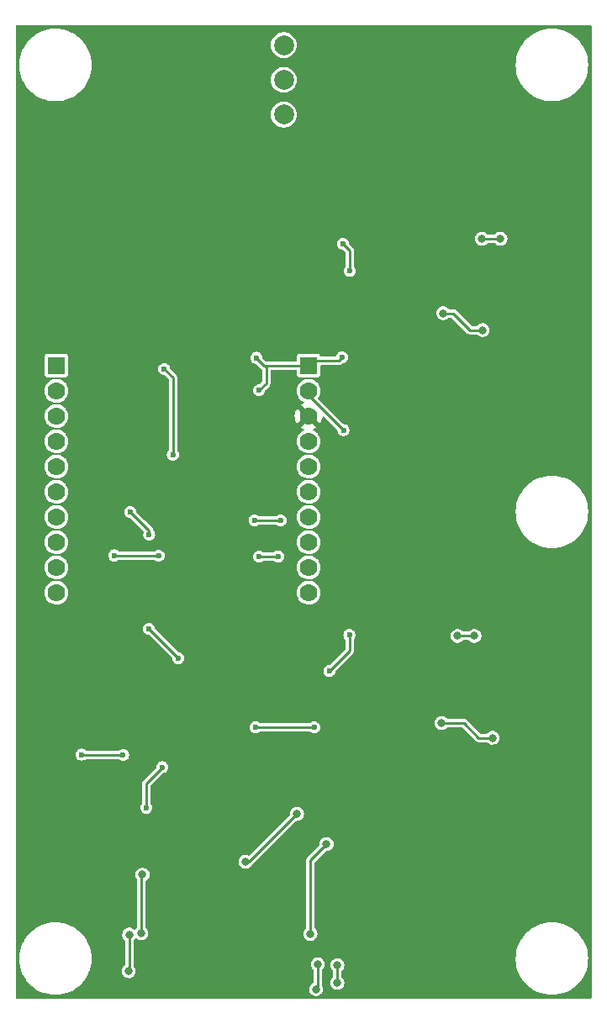
<source format=gbl>
G04 #@! TF.GenerationSoftware,KiCad,Pcbnew,(6.0.2)*
G04 #@! TF.CreationDate,2022-04-01T14:21:22+02:00*
G04 #@! TF.ProjectId,cartteFille,63617274-7465-4466-996c-6c652e6b6963,rev?*
G04 #@! TF.SameCoordinates,Original*
G04 #@! TF.FileFunction,Copper,L2,Bot*
G04 #@! TF.FilePolarity,Positive*
%FSLAX46Y46*%
G04 Gerber Fmt 4.6, Leading zero omitted, Abs format (unit mm)*
G04 Created by KiCad (PCBNEW (6.0.2)) date 2022-04-01 14:21:22*
%MOMM*%
%LPD*%
G01*
G04 APERTURE LIST*
G04 #@! TA.AperFunction,ComponentPad*
%ADD10R,1.778000X1.778000*%
G04 #@! TD*
G04 #@! TA.AperFunction,ComponentPad*
%ADD11C,1.778000*%
G04 #@! TD*
G04 #@! TA.AperFunction,ViaPad*
%ADD12C,0.800000*%
G04 #@! TD*
G04 #@! TA.AperFunction,ViaPad*
%ADD13C,0.600000*%
G04 #@! TD*
G04 #@! TA.AperFunction,ViaPad*
%ADD14C,2.000000*%
G04 #@! TD*
G04 #@! TA.AperFunction,Conductor*
%ADD15C,0.250000*%
G04 #@! TD*
G04 APERTURE END LIST*
D10*
X30492000Y-35280000D03*
D11*
X30492000Y-37820000D03*
X30492000Y-40360000D03*
X30492000Y-42900000D03*
X30492000Y-45440000D03*
X30492000Y-47980000D03*
X30492000Y-50520000D03*
X30492000Y-53060000D03*
X30492000Y-55600000D03*
X30492000Y-58140000D03*
D10*
X5092000Y-35280000D03*
D11*
X5092000Y-37820000D03*
X5092000Y-40360000D03*
X5092000Y-42900000D03*
X5092000Y-45440000D03*
X5092000Y-47980000D03*
X5092000Y-50520000D03*
X5092000Y-53060000D03*
X5092000Y-55600000D03*
X5092000Y-58140000D03*
D12*
X48010000Y-26300000D03*
D13*
X23990000Y-78960000D03*
D12*
X49010000Y-67400000D03*
D13*
X35990000Y-60970000D03*
X13770000Y-16900000D03*
D12*
X46400000Y-87550000D03*
D13*
X35990000Y-80970000D03*
X46060000Y-21000000D03*
D12*
X46390000Y-96490000D03*
D13*
X13770000Y-43220000D03*
X13990000Y-66000000D03*
X23990000Y-59000000D03*
X36030000Y-44000000D03*
D12*
X26340000Y-87555000D03*
D13*
X12020000Y-72010000D03*
X8060000Y-78000000D03*
X17480000Y-50000000D03*
D12*
X43980000Y-51950000D03*
D13*
X24000000Y-19080000D03*
D12*
X42080000Y-28000000D03*
D13*
X36000000Y-20810000D03*
X22675000Y-8885000D03*
D12*
X41870000Y-69000000D03*
D13*
X22330000Y-5130000D03*
D12*
X26390000Y-95180000D03*
D13*
X24010000Y-39110000D03*
D12*
X30683200Y-92506800D03*
D13*
X25044400Y-50850800D03*
D12*
X43900000Y-71260000D03*
X48000000Y-31700000D03*
D13*
X34008000Y-41768000D03*
X14440000Y-52290000D03*
X16825000Y-44265000D03*
X17370000Y-64730000D03*
D12*
X32308800Y-83464400D03*
D13*
X11819750Y-74480000D03*
D12*
X44050500Y-30000000D03*
D13*
X14425000Y-61785000D03*
X7630250Y-74450000D03*
D12*
X49000000Y-72760000D03*
D13*
X27686000Y-50850800D03*
X15960000Y-35610000D03*
X12534500Y-50010000D03*
X33950000Y-23000000D03*
X25160000Y-71720000D03*
X15780000Y-75720000D03*
X34604500Y-62413411D03*
X32580000Y-66050000D03*
X14158411Y-79791589D03*
X34620000Y-25750000D03*
X33870000Y-34430000D03*
X25515980Y-37750000D03*
X25230000Y-34490000D03*
X31064200Y-71704200D03*
D12*
X24130000Y-85242400D03*
D13*
X27434500Y-54480000D03*
D12*
X13639800Y-92430600D03*
D13*
X15390000Y-54420000D03*
D12*
X29337000Y-80416400D03*
D13*
X10940000Y-54390000D03*
X25515991Y-54530000D03*
D12*
X13766800Y-86537800D03*
X31419800Y-95580200D03*
X31242000Y-98069400D03*
X12424899Y-92578701D03*
X12369800Y-96266000D03*
X33401000Y-95656400D03*
X33401000Y-97434400D03*
D14*
X28000000Y-10000000D03*
X28000000Y-3000000D03*
D12*
X47950000Y-22500000D03*
X49810000Y-22500000D03*
X45510000Y-62500000D03*
X47200000Y-62500000D03*
D14*
X28000000Y-6500000D03*
D15*
X46760000Y-31700000D02*
X48000000Y-31700000D01*
X45060000Y-30000000D02*
X46760000Y-31700000D01*
X11789750Y-74450000D02*
X7630250Y-74450000D01*
X34008000Y-41768000D02*
X30492000Y-38252000D01*
X30683200Y-85090000D02*
X30683200Y-92506800D01*
X14425000Y-61785000D02*
X17370000Y-64730000D01*
X16825000Y-36475000D02*
X16825000Y-44265000D01*
X14440000Y-52290000D02*
X14440000Y-51915500D01*
X30492000Y-38252000D02*
X30492000Y-37820000D01*
X49000000Y-72760000D02*
X47630000Y-72760000D01*
X47630000Y-72760000D02*
X46130000Y-71260000D01*
X15960000Y-35610000D02*
X16825000Y-36475000D01*
X44050500Y-30000000D02*
X45060000Y-30000000D01*
X46130000Y-71260000D02*
X43900000Y-71260000D01*
X14440000Y-51915500D02*
X12534500Y-50010000D01*
X27686000Y-50850800D02*
X25044400Y-50850800D01*
X32308800Y-83464400D02*
X30683200Y-85090000D01*
X33500000Y-34800000D02*
X30972000Y-34800000D01*
X34604500Y-62413411D02*
X34604500Y-64025500D01*
X25230000Y-34500000D02*
X26010000Y-35280000D01*
X30972000Y-34800000D02*
X30492000Y-35280000D01*
X31064200Y-71704200D02*
X31048400Y-71720000D01*
X34620000Y-25750000D02*
X34620000Y-23670000D01*
X26220000Y-37045980D02*
X26220000Y-35490000D01*
X34620000Y-23670000D02*
X33950000Y-23000000D01*
X33870000Y-34430000D02*
X33500000Y-34800000D01*
X15780000Y-75720000D02*
X14158411Y-77341589D01*
X25230000Y-34490000D02*
X25230000Y-34500000D01*
X26220000Y-35490000D02*
X26010000Y-35280000D01*
X34604500Y-64025500D02*
X32580000Y-66050000D01*
X26010000Y-35280000D02*
X30492000Y-35280000D01*
X31048400Y-71720000D02*
X25160000Y-71720000D01*
X25515980Y-37750000D02*
X26220000Y-37045980D01*
X14158411Y-77341589D02*
X14158411Y-79791589D01*
X13639800Y-86664800D02*
X13766800Y-86537800D01*
X25515991Y-54530000D02*
X25565991Y-54480000D01*
X10940000Y-54390000D02*
X10970000Y-54420000D01*
X24511000Y-85242400D02*
X24130000Y-85242400D01*
X29337000Y-80416400D02*
X24511000Y-85242400D01*
X13639800Y-92430600D02*
X13639800Y-86664800D01*
X10970000Y-54420000D02*
X15390000Y-54420000D01*
X25565991Y-54480000D02*
X27434500Y-54480000D01*
X31419800Y-97891600D02*
X31419800Y-95580200D01*
X31242000Y-98069400D02*
X31419800Y-97891600D01*
X12424899Y-96210901D02*
X12424899Y-92578701D01*
X12369800Y-96266000D02*
X12424899Y-96210901D01*
X33401000Y-95656400D02*
X33401000Y-97434400D01*
X47950000Y-22500000D02*
X49810000Y-22500000D01*
X45510000Y-62500000D02*
X47200000Y-62500000D01*
G04 #@! TA.AperFunction,Conductor*
G36*
X58973566Y-1017313D02*
G01*
X58998876Y-1061150D01*
X59000000Y-1074000D01*
X59000000Y-98926000D01*
X58982687Y-98973566D01*
X58938850Y-98998876D01*
X58926000Y-99000000D01*
X1074000Y-99000000D01*
X1026434Y-98982687D01*
X1001124Y-98938850D01*
X1000000Y-98926000D01*
X1000000Y-95000000D01*
X1344490Y-95000000D01*
X1344591Y-95001927D01*
X1357764Y-95253277D01*
X1364515Y-95382105D01*
X1364817Y-95384011D01*
X1364817Y-95384012D01*
X1422076Y-95745524D01*
X1424372Y-95760023D01*
X1523403Y-96129615D01*
X1660525Y-96486830D01*
X1834235Y-96827755D01*
X1835287Y-96829374D01*
X1835287Y-96829375D01*
X2018597Y-97111647D01*
X2042630Y-97148655D01*
X2043841Y-97150150D01*
X2043845Y-97150156D01*
X2169321Y-97305105D01*
X2283427Y-97446014D01*
X2553986Y-97716573D01*
X2601138Y-97754756D01*
X2849844Y-97956155D01*
X2849850Y-97956159D01*
X2851345Y-97957370D01*
X2852962Y-97958420D01*
X2852966Y-97958423D01*
X3170625Y-98164713D01*
X3172245Y-98165765D01*
X3513170Y-98339475D01*
X3870385Y-98476597D01*
X4239977Y-98575628D01*
X4241891Y-98575931D01*
X4241895Y-98575932D01*
X4615988Y-98635183D01*
X4617895Y-98635485D01*
X4619818Y-98635586D01*
X4619820Y-98635586D01*
X4903441Y-98650450D01*
X4903455Y-98650450D01*
X4904402Y-98650500D01*
X5095598Y-98650500D01*
X5096545Y-98650450D01*
X5096559Y-98650450D01*
X5380180Y-98635586D01*
X5380182Y-98635586D01*
X5382105Y-98635485D01*
X5384012Y-98635183D01*
X5758105Y-98575932D01*
X5758109Y-98575931D01*
X5760023Y-98575628D01*
X6129615Y-98476597D01*
X6486830Y-98339475D01*
X6827755Y-98165765D01*
X6829375Y-98164713D01*
X6987522Y-98062011D01*
X30536394Y-98062011D01*
X30544163Y-98132385D01*
X30547946Y-98166645D01*
X30554999Y-98230535D01*
X30556532Y-98234724D01*
X30594866Y-98339475D01*
X30613266Y-98389756D01*
X30707830Y-98530483D01*
X30833233Y-98644591D01*
X30982235Y-98725492D01*
X31146233Y-98768516D01*
X31230997Y-98769848D01*
X31311303Y-98771109D01*
X31315760Y-98771179D01*
X31481029Y-98733328D01*
X31485014Y-98731324D01*
X31628512Y-98659152D01*
X31628514Y-98659151D01*
X31632498Y-98657147D01*
X31761423Y-98547034D01*
X31860361Y-98409347D01*
X31866749Y-98393458D01*
X31921938Y-98256171D01*
X31921938Y-98256170D01*
X31923601Y-98252034D01*
X31947490Y-98084178D01*
X31947645Y-98069400D01*
X31927276Y-97901080D01*
X31871985Y-97754756D01*
X31868922Y-97746649D01*
X31868920Y-97746645D01*
X31867345Y-97742477D01*
X31858316Y-97729340D01*
X31845300Y-97687424D01*
X31845300Y-97427011D01*
X32695394Y-97427011D01*
X32713999Y-97595535D01*
X32715532Y-97599724D01*
X32765383Y-97735947D01*
X32772266Y-97754756D01*
X32785431Y-97774347D01*
X32862982Y-97889756D01*
X32866830Y-97895483D01*
X32992233Y-98009591D01*
X33141235Y-98090492D01*
X33305233Y-98133516D01*
X33389997Y-98134848D01*
X33470303Y-98136109D01*
X33474760Y-98136179D01*
X33640029Y-98098328D01*
X33644014Y-98096324D01*
X33787512Y-98024152D01*
X33787514Y-98024151D01*
X33791498Y-98022147D01*
X33920423Y-97912034D01*
X34019361Y-97774347D01*
X34025749Y-97758458D01*
X34080938Y-97621171D01*
X34080938Y-97621170D01*
X34082601Y-97617034D01*
X34106490Y-97449178D01*
X34106645Y-97434400D01*
X34086276Y-97266080D01*
X34026345Y-97107477D01*
X33930312Y-96967749D01*
X33851273Y-96897327D01*
X33827275Y-96852758D01*
X33826500Y-96842076D01*
X33826500Y-96248366D01*
X33843813Y-96200800D01*
X33852441Y-96192096D01*
X33917030Y-96136932D01*
X33920423Y-96134034D01*
X34019361Y-95996347D01*
X34025749Y-95980458D01*
X34080938Y-95843171D01*
X34080938Y-95843170D01*
X34082601Y-95839034D01*
X34106490Y-95671178D01*
X34106645Y-95656400D01*
X34086276Y-95488080D01*
X34026345Y-95329477D01*
X33930312Y-95189749D01*
X33848920Y-95117231D01*
X33807055Y-95079930D01*
X33807052Y-95079928D01*
X33803721Y-95076960D01*
X33659804Y-95000760D01*
X33658369Y-95000000D01*
X51344490Y-95000000D01*
X51344591Y-95001927D01*
X51357764Y-95253277D01*
X51364515Y-95382105D01*
X51364817Y-95384011D01*
X51364817Y-95384012D01*
X51422076Y-95745524D01*
X51424372Y-95760023D01*
X51523403Y-96129615D01*
X51660525Y-96486830D01*
X51834235Y-96827755D01*
X51835287Y-96829374D01*
X51835287Y-96829375D01*
X52018597Y-97111647D01*
X52042630Y-97148655D01*
X52043841Y-97150150D01*
X52043845Y-97150156D01*
X52169321Y-97305105D01*
X52283427Y-97446014D01*
X52553986Y-97716573D01*
X52601138Y-97754756D01*
X52849844Y-97956155D01*
X52849850Y-97956159D01*
X52851345Y-97957370D01*
X52852962Y-97958420D01*
X52852966Y-97958423D01*
X53170625Y-98164713D01*
X53172245Y-98165765D01*
X53513170Y-98339475D01*
X53870385Y-98476597D01*
X54239977Y-98575628D01*
X54241891Y-98575931D01*
X54241895Y-98575932D01*
X54615988Y-98635183D01*
X54617895Y-98635485D01*
X54619818Y-98635586D01*
X54619820Y-98635586D01*
X54903441Y-98650450D01*
X54903455Y-98650450D01*
X54904402Y-98650500D01*
X55095598Y-98650500D01*
X55096545Y-98650450D01*
X55096559Y-98650450D01*
X55380180Y-98635586D01*
X55380182Y-98635586D01*
X55382105Y-98635485D01*
X55384012Y-98635183D01*
X55758105Y-98575932D01*
X55758109Y-98575931D01*
X55760023Y-98575628D01*
X56129615Y-98476597D01*
X56486830Y-98339475D01*
X56827755Y-98165765D01*
X56829375Y-98164713D01*
X57147034Y-97958423D01*
X57147038Y-97958420D01*
X57148655Y-97957370D01*
X57150150Y-97956159D01*
X57150156Y-97956155D01*
X57398862Y-97754756D01*
X57446014Y-97716573D01*
X57716573Y-97446014D01*
X57830679Y-97305105D01*
X57956155Y-97150156D01*
X57956159Y-97150150D01*
X57957370Y-97148655D01*
X57981404Y-97111647D01*
X58164713Y-96829375D01*
X58164713Y-96829374D01*
X58165765Y-96827755D01*
X58339475Y-96486830D01*
X58476597Y-96129615D01*
X58575628Y-95760023D01*
X58577925Y-95745524D01*
X58635183Y-95384012D01*
X58635183Y-95384011D01*
X58635485Y-95382105D01*
X58642237Y-95253277D01*
X58655409Y-95001927D01*
X58655510Y-95000000D01*
X58635485Y-94617895D01*
X58575628Y-94239977D01*
X58476597Y-93870385D01*
X58339475Y-93513170D01*
X58165765Y-93172245D01*
X58137412Y-93128585D01*
X57958423Y-92852966D01*
X57958420Y-92852962D01*
X57957370Y-92851345D01*
X57937783Y-92827156D01*
X57764551Y-92613234D01*
X57716573Y-92553986D01*
X57446014Y-92283427D01*
X57300750Y-92165794D01*
X57150156Y-92043845D01*
X57150150Y-92043841D01*
X57148655Y-92042630D01*
X57140259Y-92037177D01*
X56829375Y-91835287D01*
X56829374Y-91835287D01*
X56827755Y-91834235D01*
X56486830Y-91660525D01*
X56129615Y-91523403D01*
X55760023Y-91424372D01*
X55758109Y-91424069D01*
X55758105Y-91424068D01*
X55384012Y-91364817D01*
X55384011Y-91364817D01*
X55382105Y-91364515D01*
X55380182Y-91364414D01*
X55380180Y-91364414D01*
X55096559Y-91349550D01*
X55096545Y-91349550D01*
X55095598Y-91349500D01*
X54904402Y-91349500D01*
X54903455Y-91349550D01*
X54903441Y-91349550D01*
X54619820Y-91364414D01*
X54619818Y-91364414D01*
X54617895Y-91364515D01*
X54615989Y-91364817D01*
X54615988Y-91364817D01*
X54241895Y-91424068D01*
X54241891Y-91424069D01*
X54239977Y-91424372D01*
X53870385Y-91523403D01*
X53513170Y-91660525D01*
X53172245Y-91834235D01*
X53170626Y-91835287D01*
X53170625Y-91835287D01*
X52859742Y-92037177D01*
X52851345Y-92042630D01*
X52849850Y-92043841D01*
X52849844Y-92043845D01*
X52699250Y-92165794D01*
X52553986Y-92283427D01*
X52283427Y-92553986D01*
X52235449Y-92613234D01*
X52062218Y-92827156D01*
X52042630Y-92851345D01*
X52041580Y-92852962D01*
X52041577Y-92852966D01*
X51862588Y-93128585D01*
X51834235Y-93172245D01*
X51660525Y-93513170D01*
X51523403Y-93870385D01*
X51424372Y-94239977D01*
X51364515Y-94617895D01*
X51344490Y-95000000D01*
X33658369Y-95000000D01*
X33657821Y-94999710D01*
X33657820Y-94999710D01*
X33653881Y-94997624D01*
X33649554Y-94996537D01*
X33493769Y-94957406D01*
X33493768Y-94957406D01*
X33489441Y-94956319D01*
X33404078Y-94955872D01*
X33324354Y-94955454D01*
X33324351Y-94955454D01*
X33319895Y-94955431D01*
X33315560Y-94956472D01*
X33315558Y-94956472D01*
X33260126Y-94969781D01*
X33155032Y-94995012D01*
X33004369Y-95072775D01*
X33001011Y-95075704D01*
X33001010Y-95075705D01*
X32957629Y-95113549D01*
X32876604Y-95184231D01*
X32779113Y-95322947D01*
X32717524Y-95480913D01*
X32695394Y-95649011D01*
X32703537Y-95722768D01*
X32712398Y-95803031D01*
X32713999Y-95817535D01*
X32715532Y-95821724D01*
X32756088Y-95932547D01*
X32772266Y-95976756D01*
X32785431Y-95996347D01*
X32850720Y-96093508D01*
X32866830Y-96117483D01*
X32885020Y-96134034D01*
X32951303Y-96194347D01*
X32974833Y-96239165D01*
X32975500Y-96249080D01*
X32975500Y-96842313D01*
X32958187Y-96889879D01*
X32950145Y-96898077D01*
X32879972Y-96959292D01*
X32879968Y-96959296D01*
X32876604Y-96962231D01*
X32779113Y-97100947D01*
X32717524Y-97258913D01*
X32706459Y-97342962D01*
X32697778Y-97408906D01*
X32695394Y-97427011D01*
X31845300Y-97427011D01*
X31845300Y-96172166D01*
X31862613Y-96124600D01*
X31871241Y-96115896D01*
X31935830Y-96060732D01*
X31939223Y-96057834D01*
X32021562Y-95943247D01*
X32035557Y-95923771D01*
X32035557Y-95923770D01*
X32038161Y-95920147D01*
X32044549Y-95904258D01*
X32099738Y-95766971D01*
X32099738Y-95766970D01*
X32101401Y-95762834D01*
X32125290Y-95594978D01*
X32125445Y-95580200D01*
X32105076Y-95411880D01*
X32045145Y-95253277D01*
X31949112Y-95113549D01*
X31901053Y-95070730D01*
X31825855Y-95003730D01*
X31825852Y-95003728D01*
X31822521Y-95000760D01*
X31672681Y-94921424D01*
X31668354Y-94920337D01*
X31512569Y-94881206D01*
X31512568Y-94881206D01*
X31508241Y-94880119D01*
X31422878Y-94879672D01*
X31343154Y-94879254D01*
X31343151Y-94879254D01*
X31338695Y-94879231D01*
X31334360Y-94880272D01*
X31334358Y-94880272D01*
X31278926Y-94893581D01*
X31173832Y-94918812D01*
X31023169Y-94996575D01*
X31019811Y-94999504D01*
X31019810Y-94999505D01*
X30931022Y-95076960D01*
X30895404Y-95108031D01*
X30797913Y-95246747D01*
X30736324Y-95404713D01*
X30714194Y-95572811D01*
X30732799Y-95741335D01*
X30734332Y-95745524D01*
X30746224Y-95778019D01*
X30791066Y-95900556D01*
X30815357Y-95936705D01*
X30857870Y-95999971D01*
X30885630Y-96041283D01*
X30903820Y-96057834D01*
X30970103Y-96118147D01*
X30993633Y-96162965D01*
X30994300Y-96172880D01*
X30994300Y-97363825D01*
X30976987Y-97411391D01*
X30954242Y-97429582D01*
X30845369Y-97485775D01*
X30717604Y-97597231D01*
X30620113Y-97735947D01*
X30558524Y-97893913D01*
X30536394Y-98062011D01*
X6987522Y-98062011D01*
X7147034Y-97958423D01*
X7147038Y-97958420D01*
X7148655Y-97957370D01*
X7150150Y-97956159D01*
X7150156Y-97956155D01*
X7398862Y-97754756D01*
X7446014Y-97716573D01*
X7716573Y-97446014D01*
X7830679Y-97305105D01*
X7956155Y-97150156D01*
X7956159Y-97150150D01*
X7957370Y-97148655D01*
X7981404Y-97111647D01*
X8164713Y-96829375D01*
X8164713Y-96829374D01*
X8165765Y-96827755D01*
X8339475Y-96486830D01*
X8427080Y-96258611D01*
X11664194Y-96258611D01*
X11682799Y-96427135D01*
X11684332Y-96431324D01*
X11703984Y-96485024D01*
X11741066Y-96586356D01*
X11835630Y-96727083D01*
X11961033Y-96841191D01*
X12110035Y-96922092D01*
X12274033Y-96965116D01*
X12358796Y-96966447D01*
X12439103Y-96967709D01*
X12443560Y-96967779D01*
X12608829Y-96929928D01*
X12612814Y-96927924D01*
X12756312Y-96855752D01*
X12756314Y-96855751D01*
X12760298Y-96853747D01*
X12889223Y-96743634D01*
X12988161Y-96605947D01*
X12994549Y-96590058D01*
X13049738Y-96452771D01*
X13049738Y-96452770D01*
X13051401Y-96448634D01*
X13075290Y-96280778D01*
X13075445Y-96266000D01*
X13055076Y-96097680D01*
X12995145Y-95939077D01*
X12899112Y-95799349D01*
X12875172Y-95778019D01*
X12851174Y-95733450D01*
X12850399Y-95722768D01*
X12850399Y-93170667D01*
X12867712Y-93123101D01*
X12876340Y-93114397D01*
X12899582Y-93094547D01*
X12944322Y-93056335D01*
X13031167Y-92935477D01*
X13072983Y-92906952D01*
X13123352Y-92911979D01*
X13141064Y-92923926D01*
X13203579Y-92980810D01*
X13231033Y-93005791D01*
X13380035Y-93086692D01*
X13384346Y-93087823D01*
X13413701Y-93095524D01*
X13544033Y-93129716D01*
X13628796Y-93131047D01*
X13709103Y-93132309D01*
X13713560Y-93132379D01*
X13878829Y-93094528D01*
X13882814Y-93092524D01*
X14026312Y-93020352D01*
X14026314Y-93020351D01*
X14030298Y-93018347D01*
X14159223Y-92908234D01*
X14258161Y-92770547D01*
X14289106Y-92693571D01*
X14319738Y-92617371D01*
X14319738Y-92617370D01*
X14321401Y-92613234D01*
X14337600Y-92499411D01*
X29977594Y-92499411D01*
X29996199Y-92667935D01*
X29997732Y-92672124D01*
X30005581Y-92693571D01*
X30054466Y-92827156D01*
X30149030Y-92967883D01*
X30274433Y-93081991D01*
X30278351Y-93084118D01*
X30278352Y-93084119D01*
X30283091Y-93086692D01*
X30423435Y-93162892D01*
X30587433Y-93205916D01*
X30672197Y-93207248D01*
X30752503Y-93208509D01*
X30756960Y-93208579D01*
X30922229Y-93170728D01*
X30926214Y-93168724D01*
X31069712Y-93096552D01*
X31069714Y-93096551D01*
X31073698Y-93094547D01*
X31202623Y-92984434D01*
X31301561Y-92846747D01*
X31307949Y-92830858D01*
X31363138Y-92693571D01*
X31363138Y-92693570D01*
X31364801Y-92689434D01*
X31388690Y-92521578D01*
X31388845Y-92506800D01*
X31368476Y-92338480D01*
X31308545Y-92179877D01*
X31243999Y-92085962D01*
X31215043Y-92043831D01*
X31215041Y-92043829D01*
X31212512Y-92040149D01*
X31133473Y-91969727D01*
X31109475Y-91925158D01*
X31108700Y-91914476D01*
X31108700Y-85296900D01*
X31126013Y-85249334D01*
X31130374Y-85244574D01*
X32189300Y-84185648D01*
X32235176Y-84164256D01*
X32242780Y-84163983D01*
X32374074Y-84166046D01*
X32378103Y-84166109D01*
X32382560Y-84166179D01*
X32547829Y-84128328D01*
X32699298Y-84052147D01*
X32828223Y-83942034D01*
X32927161Y-83804347D01*
X32990401Y-83647034D01*
X33014290Y-83479178D01*
X33014445Y-83464400D01*
X32994076Y-83296080D01*
X32934145Y-83137477D01*
X32838112Y-82997749D01*
X32791550Y-82956263D01*
X32714855Y-82887930D01*
X32714852Y-82887928D01*
X32711521Y-82884960D01*
X32561681Y-82805624D01*
X32557354Y-82804537D01*
X32401569Y-82765406D01*
X32401568Y-82765406D01*
X32397241Y-82764319D01*
X32311878Y-82763872D01*
X32232154Y-82763454D01*
X32232151Y-82763454D01*
X32227695Y-82763431D01*
X32223360Y-82764472D01*
X32223358Y-82764472D01*
X32167926Y-82777781D01*
X32062832Y-82803012D01*
X31912169Y-82880775D01*
X31908811Y-82883704D01*
X31908810Y-82883705D01*
X31907372Y-82884960D01*
X31784404Y-82992231D01*
X31686913Y-83130947D01*
X31625324Y-83288913D01*
X31603194Y-83457011D01*
X31604010Y-83464400D01*
X31610355Y-83521878D01*
X31598366Y-83571057D01*
X31589128Y-83582324D01*
X30334672Y-84836780D01*
X30321920Y-84861807D01*
X30315859Y-84871697D01*
X30299351Y-84894419D01*
X30297552Y-84899956D01*
X30290674Y-84921123D01*
X30286231Y-84931850D01*
X30273481Y-84956874D01*
X30272570Y-84962628D01*
X30269088Y-84984611D01*
X30266377Y-84995901D01*
X30257700Y-85022607D01*
X30257700Y-91914713D01*
X30240387Y-91962279D01*
X30232345Y-91970477D01*
X30162172Y-92031692D01*
X30162168Y-92031696D01*
X30158804Y-92034631D01*
X30061313Y-92173347D01*
X29999724Y-92331313D01*
X29977594Y-92499411D01*
X14337600Y-92499411D01*
X14345290Y-92445378D01*
X14345445Y-92430600D01*
X14325076Y-92262280D01*
X14265145Y-92103677D01*
X14195423Y-92002231D01*
X14171643Y-91967631D01*
X14171641Y-91967629D01*
X14169112Y-91963949D01*
X14090073Y-91893527D01*
X14066075Y-91848958D01*
X14065300Y-91838276D01*
X14065300Y-87217432D01*
X14082613Y-87169866D01*
X14106050Y-87151322D01*
X14153317Y-87127549D01*
X14157298Y-87125547D01*
X14286223Y-87015434D01*
X14385161Y-86877747D01*
X14391549Y-86861858D01*
X14446738Y-86724571D01*
X14446738Y-86724570D01*
X14448401Y-86720434D01*
X14472290Y-86552578D01*
X14472445Y-86537800D01*
X14452076Y-86369480D01*
X14392145Y-86210877D01*
X14296112Y-86071149D01*
X14249550Y-86029663D01*
X14172855Y-85961330D01*
X14172852Y-85961328D01*
X14169521Y-85958360D01*
X14056450Y-85898492D01*
X14023621Y-85881110D01*
X14023620Y-85881110D01*
X14019681Y-85879024D01*
X14015354Y-85877937D01*
X13859569Y-85838806D01*
X13859568Y-85838806D01*
X13855241Y-85837719D01*
X13769878Y-85837272D01*
X13690154Y-85836854D01*
X13690151Y-85836854D01*
X13685695Y-85836831D01*
X13681360Y-85837872D01*
X13681358Y-85837872D01*
X13625926Y-85851181D01*
X13520832Y-85876412D01*
X13370169Y-85954175D01*
X13366811Y-85957104D01*
X13366810Y-85957105D01*
X13365372Y-85958360D01*
X13242404Y-86065631D01*
X13144913Y-86204347D01*
X13083324Y-86362313D01*
X13061194Y-86530411D01*
X13079799Y-86698935D01*
X13081332Y-86703124D01*
X13089181Y-86724571D01*
X13138066Y-86858156D01*
X13151231Y-86877747D01*
X13201721Y-86952885D01*
X13214300Y-86994158D01*
X13214300Y-91838513D01*
X13196987Y-91886079D01*
X13188945Y-91894277D01*
X13118772Y-91955492D01*
X13118768Y-91955496D01*
X13115404Y-91958431D01*
X13112836Y-91962085D01*
X13112835Y-91962086D01*
X13034700Y-92073261D01*
X12993185Y-92102223D01*
X12942766Y-92097723D01*
X12924932Y-92085964D01*
X12873511Y-92040149D01*
X12830954Y-92002231D01*
X12830951Y-92002229D01*
X12827620Y-91999261D01*
X12728981Y-91947035D01*
X12681720Y-91922011D01*
X12681719Y-91922011D01*
X12677780Y-91919925D01*
X12673453Y-91918838D01*
X12517668Y-91879707D01*
X12517667Y-91879707D01*
X12513340Y-91878620D01*
X12427977Y-91878173D01*
X12348253Y-91877755D01*
X12348250Y-91877755D01*
X12343794Y-91877732D01*
X12339459Y-91878773D01*
X12339457Y-91878773D01*
X12309027Y-91886079D01*
X12178931Y-91917313D01*
X12028268Y-91995076D01*
X12024910Y-91998005D01*
X12024909Y-91998006D01*
X11905443Y-92102223D01*
X11900503Y-92106532D01*
X11803012Y-92245248D01*
X11741423Y-92403214D01*
X11719293Y-92571312D01*
X11719783Y-92575747D01*
X11732334Y-92689434D01*
X11737898Y-92739836D01*
X11739431Y-92744025D01*
X11778705Y-92851345D01*
X11796165Y-92899057D01*
X11802332Y-92908234D01*
X11865870Y-93002789D01*
X11890729Y-93039784D01*
X11953117Y-93096552D01*
X11975202Y-93116648D01*
X11998732Y-93161466D01*
X11999399Y-93171381D01*
X11999399Y-95626016D01*
X11982086Y-95673582D01*
X11972809Y-95681962D01*
X11973169Y-95682375D01*
X11863530Y-95778019D01*
X11845404Y-95793831D01*
X11842836Y-95797485D01*
X11842835Y-95797486D01*
X11816736Y-95834621D01*
X11747913Y-95932547D01*
X11686324Y-96090513D01*
X11680213Y-96136932D01*
X11665449Y-96249080D01*
X11664194Y-96258611D01*
X8427080Y-96258611D01*
X8476597Y-96129615D01*
X8575628Y-95760023D01*
X8577925Y-95745524D01*
X8635183Y-95384012D01*
X8635183Y-95384011D01*
X8635485Y-95382105D01*
X8642237Y-95253277D01*
X8655409Y-95001927D01*
X8655510Y-95000000D01*
X8635485Y-94617895D01*
X8575628Y-94239977D01*
X8476597Y-93870385D01*
X8339475Y-93513170D01*
X8165765Y-93172245D01*
X8137412Y-93128585D01*
X7958423Y-92852966D01*
X7958420Y-92852962D01*
X7957370Y-92851345D01*
X7937783Y-92827156D01*
X7764551Y-92613234D01*
X7716573Y-92553986D01*
X7446014Y-92283427D01*
X7300750Y-92165794D01*
X7150156Y-92043845D01*
X7150150Y-92043841D01*
X7148655Y-92042630D01*
X7140259Y-92037177D01*
X6829375Y-91835287D01*
X6829374Y-91835287D01*
X6827755Y-91834235D01*
X6486830Y-91660525D01*
X6129615Y-91523403D01*
X5760023Y-91424372D01*
X5758109Y-91424069D01*
X5758105Y-91424068D01*
X5384012Y-91364817D01*
X5384011Y-91364817D01*
X5382105Y-91364515D01*
X5380182Y-91364414D01*
X5380180Y-91364414D01*
X5096559Y-91349550D01*
X5096545Y-91349550D01*
X5095598Y-91349500D01*
X4904402Y-91349500D01*
X4903455Y-91349550D01*
X4903441Y-91349550D01*
X4619820Y-91364414D01*
X4619818Y-91364414D01*
X4617895Y-91364515D01*
X4615989Y-91364817D01*
X4615988Y-91364817D01*
X4241895Y-91424068D01*
X4241891Y-91424069D01*
X4239977Y-91424372D01*
X3870385Y-91523403D01*
X3513170Y-91660525D01*
X3172245Y-91834235D01*
X3170626Y-91835287D01*
X3170625Y-91835287D01*
X2859742Y-92037177D01*
X2851345Y-92042630D01*
X2849850Y-92043841D01*
X2849844Y-92043845D01*
X2699250Y-92165794D01*
X2553986Y-92283427D01*
X2283427Y-92553986D01*
X2235449Y-92613234D01*
X2062218Y-92827156D01*
X2042630Y-92851345D01*
X2041580Y-92852962D01*
X2041577Y-92852966D01*
X1862588Y-93128585D01*
X1834235Y-93172245D01*
X1660525Y-93513170D01*
X1523403Y-93870385D01*
X1424372Y-94239977D01*
X1364515Y-94617895D01*
X1344490Y-95000000D01*
X1000000Y-95000000D01*
X1000000Y-85235011D01*
X23424394Y-85235011D01*
X23442999Y-85403535D01*
X23501266Y-85562756D01*
X23595830Y-85703483D01*
X23721233Y-85817591D01*
X23870235Y-85898492D01*
X24034233Y-85941516D01*
X24118996Y-85942847D01*
X24199303Y-85944109D01*
X24203760Y-85944179D01*
X24369029Y-85906328D01*
X24373014Y-85904324D01*
X24516512Y-85832152D01*
X24516514Y-85832151D01*
X24520498Y-85830147D01*
X24649423Y-85720034D01*
X24718987Y-85623226D01*
X24745486Y-85600474D01*
X24759030Y-85593573D01*
X24759032Y-85593571D01*
X24764220Y-85590928D01*
X29217500Y-81137648D01*
X29263376Y-81116256D01*
X29270980Y-81115983D01*
X29402274Y-81118046D01*
X29406303Y-81118109D01*
X29410760Y-81118179D01*
X29576029Y-81080328D01*
X29727498Y-81004147D01*
X29856423Y-80894034D01*
X29955361Y-80756347D01*
X30018601Y-80599034D01*
X30042490Y-80431178D01*
X30042645Y-80416400D01*
X30022276Y-80248080D01*
X29962345Y-80089477D01*
X29866312Y-79949749D01*
X29819750Y-79908263D01*
X29743055Y-79839930D01*
X29743052Y-79839928D01*
X29739721Y-79836960D01*
X29589881Y-79757624D01*
X29585554Y-79756537D01*
X29429769Y-79717406D01*
X29429768Y-79717406D01*
X29425441Y-79716319D01*
X29340078Y-79715872D01*
X29260354Y-79715454D01*
X29260351Y-79715454D01*
X29255895Y-79715431D01*
X29251560Y-79716472D01*
X29251558Y-79716472D01*
X29196126Y-79729781D01*
X29091032Y-79755012D01*
X28940369Y-79832775D01*
X28937011Y-79835704D01*
X28937010Y-79835705D01*
X28935572Y-79836960D01*
X28812604Y-79944231D01*
X28715113Y-80082947D01*
X28653524Y-80240913D01*
X28644011Y-80313173D01*
X28632940Y-80397271D01*
X28631394Y-80409011D01*
X28632210Y-80416400D01*
X28638555Y-80473878D01*
X28626566Y-80523057D01*
X28617328Y-80534324D01*
X24542583Y-84609069D01*
X24496707Y-84630461D01*
X24455631Y-84622142D01*
X24386825Y-84585712D01*
X24386823Y-84585711D01*
X24382881Y-84583624D01*
X24378554Y-84582537D01*
X24222769Y-84543406D01*
X24222768Y-84543406D01*
X24218441Y-84542319D01*
X24133078Y-84541872D01*
X24053354Y-84541454D01*
X24053351Y-84541454D01*
X24048895Y-84541431D01*
X24044560Y-84542472D01*
X24044558Y-84542472D01*
X23989126Y-84555781D01*
X23884032Y-84581012D01*
X23733369Y-84658775D01*
X23605604Y-84770231D01*
X23508113Y-84908947D01*
X23446524Y-85066913D01*
X23424394Y-85235011D01*
X1000000Y-85235011D01*
X1000000Y-79791589D01*
X13552729Y-79791589D01*
X13573367Y-79948351D01*
X13633875Y-80094430D01*
X13636825Y-80098274D01*
X13636827Y-80098278D01*
X13727174Y-80216020D01*
X13730129Y-80219871D01*
X13733980Y-80222826D01*
X13851722Y-80313173D01*
X13851726Y-80313175D01*
X13855570Y-80316125D01*
X14001649Y-80376633D01*
X14006451Y-80377265D01*
X14006454Y-80377266D01*
X14153603Y-80396638D01*
X14158411Y-80397271D01*
X14163219Y-80396638D01*
X14310368Y-80377266D01*
X14310371Y-80377265D01*
X14315173Y-80376633D01*
X14461252Y-80316125D01*
X14465096Y-80313175D01*
X14465100Y-80313173D01*
X14582842Y-80222826D01*
X14586693Y-80219871D01*
X14589648Y-80216020D01*
X14679995Y-80098278D01*
X14679997Y-80098274D01*
X14682947Y-80094430D01*
X14743455Y-79948351D01*
X14764093Y-79791589D01*
X14759896Y-79759710D01*
X14744088Y-79639632D01*
X14744087Y-79639629D01*
X14743455Y-79634827D01*
X14682947Y-79488748D01*
X14679997Y-79484904D01*
X14679995Y-79484900D01*
X14599203Y-79379610D01*
X14583911Y-79334562D01*
X14583911Y-77548489D01*
X14601224Y-77500923D01*
X14605585Y-77496163D01*
X15757706Y-76344041D01*
X15800373Y-76323000D01*
X15931957Y-76305677D01*
X15931960Y-76305676D01*
X15936762Y-76305044D01*
X16082841Y-76244536D01*
X16086685Y-76241586D01*
X16086689Y-76241584D01*
X16204431Y-76151237D01*
X16208282Y-76148282D01*
X16211237Y-76144431D01*
X16301584Y-76026689D01*
X16301586Y-76026685D01*
X16304536Y-76022841D01*
X16365044Y-75876762D01*
X16385682Y-75720000D01*
X16365044Y-75563238D01*
X16304536Y-75417159D01*
X16301586Y-75413315D01*
X16301584Y-75413311D01*
X16211237Y-75295569D01*
X16208282Y-75291718D01*
X16204431Y-75288763D01*
X16086689Y-75198416D01*
X16086685Y-75198414D01*
X16082841Y-75195464D01*
X15936762Y-75134956D01*
X15931960Y-75134324D01*
X15931957Y-75134323D01*
X15784808Y-75114951D01*
X15780000Y-75114318D01*
X15775192Y-75114951D01*
X15628043Y-75134323D01*
X15628040Y-75134324D01*
X15623238Y-75134956D01*
X15477159Y-75195464D01*
X15473315Y-75198414D01*
X15473311Y-75198416D01*
X15355569Y-75288763D01*
X15351718Y-75291718D01*
X15348763Y-75295569D01*
X15258416Y-75413311D01*
X15258414Y-75413315D01*
X15255464Y-75417159D01*
X15194956Y-75563238D01*
X15194324Y-75568040D01*
X15194323Y-75568043D01*
X15177000Y-75699627D01*
X15155959Y-75742294D01*
X13905191Y-76993061D01*
X13809883Y-77088369D01*
X13797131Y-77113396D01*
X13791070Y-77123286D01*
X13774562Y-77146008D01*
X13772763Y-77151545D01*
X13765885Y-77172712D01*
X13761442Y-77183439D01*
X13748692Y-77208463D01*
X13747781Y-77214217D01*
X13744299Y-77236200D01*
X13741588Y-77247490D01*
X13732911Y-77274196D01*
X13732911Y-79334562D01*
X13717619Y-79379610D01*
X13636827Y-79484900D01*
X13636825Y-79484904D01*
X13633875Y-79488748D01*
X13573367Y-79634827D01*
X13572735Y-79639629D01*
X13572734Y-79639632D01*
X13556926Y-79759710D01*
X13552729Y-79791589D01*
X1000000Y-79791589D01*
X1000000Y-74450000D01*
X7024568Y-74450000D01*
X7025201Y-74454808D01*
X7029151Y-74484808D01*
X7045206Y-74606762D01*
X7105714Y-74752841D01*
X7108664Y-74756685D01*
X7108666Y-74756689D01*
X7131686Y-74786689D01*
X7201968Y-74878282D01*
X7205819Y-74881237D01*
X7323561Y-74971584D01*
X7323565Y-74971586D01*
X7327409Y-74974536D01*
X7473488Y-75035044D01*
X7478290Y-75035676D01*
X7478293Y-75035677D01*
X7625442Y-75055049D01*
X7630250Y-75055682D01*
X7635058Y-75055049D01*
X7782207Y-75035677D01*
X7782210Y-75035676D01*
X7787012Y-75035044D01*
X7933091Y-74974536D01*
X7936935Y-74971586D01*
X7936939Y-74971584D01*
X8042229Y-74890792D01*
X8087277Y-74875500D01*
X11329820Y-74875500D01*
X11377386Y-74892813D01*
X11388432Y-74904350D01*
X11388513Y-74904431D01*
X11391468Y-74908282D01*
X11395318Y-74911236D01*
X11513061Y-75001584D01*
X11513065Y-75001586D01*
X11516909Y-75004536D01*
X11662988Y-75065044D01*
X11667790Y-75065676D01*
X11667793Y-75065677D01*
X11814942Y-75085049D01*
X11819750Y-75085682D01*
X11824558Y-75085049D01*
X11971707Y-75065677D01*
X11971710Y-75065676D01*
X11976512Y-75065044D01*
X12122591Y-75004536D01*
X12126435Y-75001586D01*
X12126439Y-75001584D01*
X12244181Y-74911237D01*
X12244182Y-74911236D01*
X12248032Y-74908282D01*
X12271052Y-74878282D01*
X12341334Y-74786689D01*
X12341336Y-74786685D01*
X12344286Y-74782841D01*
X12404794Y-74636762D01*
X12425432Y-74480000D01*
X12422115Y-74454808D01*
X12405427Y-74328043D01*
X12405426Y-74328040D01*
X12404794Y-74323238D01*
X12344286Y-74177159D01*
X12341336Y-74173315D01*
X12341334Y-74173311D01*
X12250987Y-74055569D01*
X12248032Y-74051718D01*
X12192632Y-74009208D01*
X12126439Y-73958416D01*
X12126435Y-73958414D01*
X12122591Y-73955464D01*
X11976512Y-73894956D01*
X11971710Y-73894324D01*
X11971707Y-73894323D01*
X11824558Y-73874951D01*
X11819750Y-73874318D01*
X11814942Y-73874951D01*
X11667793Y-73894323D01*
X11667790Y-73894324D01*
X11662988Y-73894956D01*
X11516909Y-73955464D01*
X11513064Y-73958414D01*
X11513061Y-73958416D01*
X11446868Y-74009208D01*
X11401820Y-74024500D01*
X8087277Y-74024500D01*
X8042229Y-74009208D01*
X7936939Y-73928416D01*
X7936935Y-73928414D01*
X7933091Y-73925464D01*
X7787012Y-73864956D01*
X7782210Y-73864324D01*
X7782207Y-73864323D01*
X7635058Y-73844951D01*
X7630250Y-73844318D01*
X7625442Y-73844951D01*
X7478293Y-73864323D01*
X7478290Y-73864324D01*
X7473488Y-73864956D01*
X7327409Y-73925464D01*
X7323565Y-73928414D01*
X7323561Y-73928416D01*
X7218271Y-74009208D01*
X7201968Y-74021718D01*
X7199013Y-74025569D01*
X7108666Y-74143311D01*
X7108664Y-74143315D01*
X7105714Y-74147159D01*
X7045206Y-74293238D01*
X7024568Y-74450000D01*
X1000000Y-74450000D01*
X1000000Y-71720000D01*
X24554318Y-71720000D01*
X24554951Y-71724808D01*
X24570755Y-71844850D01*
X24574956Y-71876762D01*
X24635464Y-72022841D01*
X24638414Y-72026685D01*
X24638416Y-72026689D01*
X24695609Y-72101224D01*
X24731718Y-72148282D01*
X24735569Y-72151237D01*
X24853311Y-72241584D01*
X24853315Y-72241586D01*
X24857159Y-72244536D01*
X25003238Y-72305044D01*
X25008040Y-72305676D01*
X25008043Y-72305677D01*
X25155192Y-72325049D01*
X25160000Y-72325682D01*
X25164808Y-72325049D01*
X25311957Y-72305677D01*
X25311960Y-72305676D01*
X25316762Y-72305044D01*
X25462841Y-72244536D01*
X25466685Y-72241586D01*
X25466689Y-72241584D01*
X25571979Y-72160792D01*
X25617027Y-72145500D01*
X30627764Y-72145500D01*
X30672812Y-72160792D01*
X30757511Y-72225784D01*
X30757514Y-72225786D01*
X30761359Y-72228736D01*
X30907438Y-72289244D01*
X30912240Y-72289876D01*
X30912243Y-72289877D01*
X31059392Y-72309249D01*
X31064200Y-72309882D01*
X31069008Y-72309249D01*
X31216157Y-72289877D01*
X31216160Y-72289876D01*
X31220962Y-72289244D01*
X31367041Y-72228736D01*
X31370885Y-72225786D01*
X31370889Y-72225784D01*
X31488631Y-72135437D01*
X31492482Y-72132482D01*
X31495437Y-72128631D01*
X31585784Y-72010889D01*
X31585786Y-72010885D01*
X31588736Y-72007041D01*
X31649244Y-71860962D01*
X31651366Y-71844850D01*
X31669249Y-71709008D01*
X31669882Y-71704200D01*
X31653578Y-71580356D01*
X31649877Y-71552243D01*
X31649876Y-71552240D01*
X31649244Y-71547438D01*
X31588736Y-71401359D01*
X31585786Y-71397515D01*
X31585784Y-71397511D01*
X31495437Y-71279769D01*
X31492482Y-71275918D01*
X31488631Y-71272963D01*
X31462108Y-71252611D01*
X43194394Y-71252611D01*
X43199019Y-71294500D01*
X43210816Y-71401359D01*
X43212999Y-71421135D01*
X43214532Y-71425324D01*
X43265002Y-71563238D01*
X43271266Y-71580356D01*
X43273754Y-71584058D01*
X43356484Y-71707174D01*
X43365830Y-71721083D01*
X43491233Y-71835191D01*
X43640235Y-71916092D01*
X43804233Y-71959116D01*
X43888996Y-71960447D01*
X43969303Y-71961709D01*
X43973760Y-71961779D01*
X44139029Y-71923928D01*
X44143014Y-71921924D01*
X44286512Y-71849752D01*
X44286514Y-71849751D01*
X44290498Y-71847747D01*
X44419423Y-71737634D01*
X44434740Y-71716318D01*
X44476556Y-71687793D01*
X44494834Y-71685500D01*
X45923100Y-71685500D01*
X45970666Y-71702813D01*
X45975426Y-71707174D01*
X47376780Y-73108528D01*
X47401807Y-73121280D01*
X47411697Y-73127341D01*
X47434419Y-73143849D01*
X47439957Y-73145648D01*
X47439956Y-73145648D01*
X47461123Y-73152526D01*
X47471850Y-73156969D01*
X47491684Y-73167075D01*
X47491686Y-73167076D01*
X47496874Y-73169719D01*
X47524613Y-73174112D01*
X47535902Y-73176823D01*
X47557066Y-73183700D01*
X47557068Y-73183700D01*
X47562607Y-73185500D01*
X48402490Y-73185500D01*
X48450056Y-73202813D01*
X48460251Y-73214156D01*
X48460427Y-73214004D01*
X48463344Y-73217383D01*
X48465830Y-73221083D01*
X48591233Y-73335191D01*
X48740235Y-73416092D01*
X48904233Y-73459116D01*
X48988996Y-73460447D01*
X49069303Y-73461709D01*
X49073760Y-73461779D01*
X49239029Y-73423928D01*
X49243014Y-73421924D01*
X49386512Y-73349752D01*
X49386514Y-73349751D01*
X49390498Y-73347747D01*
X49519423Y-73237634D01*
X49586814Y-73143849D01*
X49615757Y-73103571D01*
X49615757Y-73103570D01*
X49618361Y-73099947D01*
X49681601Y-72942634D01*
X49705490Y-72774778D01*
X49705645Y-72760000D01*
X49685276Y-72591680D01*
X49625345Y-72433077D01*
X49590721Y-72382699D01*
X49531843Y-72297031D01*
X49531841Y-72297029D01*
X49529312Y-72293349D01*
X49453479Y-72225784D01*
X49406055Y-72183530D01*
X49406052Y-72183528D01*
X49402721Y-72180560D01*
X49252881Y-72101224D01*
X49248554Y-72100137D01*
X49092769Y-72061006D01*
X49092768Y-72061006D01*
X49088441Y-72059919D01*
X49003078Y-72059472D01*
X48923354Y-72059054D01*
X48923351Y-72059054D01*
X48918895Y-72059031D01*
X48914560Y-72060072D01*
X48914558Y-72060072D01*
X48859126Y-72073381D01*
X48754032Y-72098612D01*
X48603369Y-72176375D01*
X48600011Y-72179304D01*
X48600010Y-72179305D01*
X48523108Y-72246391D01*
X48475604Y-72287831D01*
X48473036Y-72291485D01*
X48473035Y-72291486D01*
X48464908Y-72303050D01*
X48423393Y-72332012D01*
X48404365Y-72334500D01*
X47836900Y-72334500D01*
X47789334Y-72317187D01*
X47784574Y-72312826D01*
X46383220Y-70911472D01*
X46358193Y-70898720D01*
X46348301Y-70892658D01*
X46330290Y-70879572D01*
X46330289Y-70879571D01*
X46325581Y-70876151D01*
X46298878Y-70867474D01*
X46288150Y-70863031D01*
X46268316Y-70852925D01*
X46268314Y-70852924D01*
X46263126Y-70850281D01*
X46235387Y-70845888D01*
X46224098Y-70843177D01*
X46202934Y-70836300D01*
X46202932Y-70836300D01*
X46197393Y-70834500D01*
X44496528Y-70834500D01*
X44448962Y-70817187D01*
X44435542Y-70802413D01*
X44431838Y-70797024D01*
X44431837Y-70797023D01*
X44429312Y-70793349D01*
X44416109Y-70781586D01*
X44306055Y-70683530D01*
X44306052Y-70683528D01*
X44302721Y-70680560D01*
X44152881Y-70601224D01*
X44148554Y-70600137D01*
X43992769Y-70561006D01*
X43992768Y-70561006D01*
X43988441Y-70559919D01*
X43903078Y-70559472D01*
X43823354Y-70559054D01*
X43823351Y-70559054D01*
X43818895Y-70559031D01*
X43814560Y-70560072D01*
X43814558Y-70560072D01*
X43759126Y-70573381D01*
X43654032Y-70598612D01*
X43503369Y-70676375D01*
X43500011Y-70679304D01*
X43500010Y-70679305D01*
X43498572Y-70680560D01*
X43375604Y-70787831D01*
X43373036Y-70791485D01*
X43373035Y-70791486D01*
X43354972Y-70817187D01*
X43278113Y-70926547D01*
X43216524Y-71084513D01*
X43214597Y-71099151D01*
X43202162Y-71193609D01*
X43194394Y-71252611D01*
X31462108Y-71252611D01*
X31370889Y-71182616D01*
X31370885Y-71182614D01*
X31367041Y-71179664D01*
X31220962Y-71119156D01*
X31216160Y-71118524D01*
X31216157Y-71118523D01*
X31069008Y-71099151D01*
X31064200Y-71098518D01*
X31059392Y-71099151D01*
X30912243Y-71118523D01*
X30912240Y-71118524D01*
X30907438Y-71119156D01*
X30761359Y-71179664D01*
X30757515Y-71182614D01*
X30757511Y-71182616D01*
X30635918Y-71275918D01*
X30635222Y-71275010D01*
X30594030Y-71294218D01*
X30587580Y-71294500D01*
X25617027Y-71294500D01*
X25571979Y-71279208D01*
X25466689Y-71198416D01*
X25466685Y-71198414D01*
X25462841Y-71195464D01*
X25316762Y-71134956D01*
X25311960Y-71134324D01*
X25311957Y-71134323D01*
X25164808Y-71114951D01*
X25160000Y-71114318D01*
X25155192Y-71114951D01*
X25008043Y-71134323D01*
X25008040Y-71134324D01*
X25003238Y-71134956D01*
X24857159Y-71195464D01*
X24853315Y-71198414D01*
X24853311Y-71198416D01*
X24756160Y-71272963D01*
X24731718Y-71291718D01*
X24728763Y-71295569D01*
X24638416Y-71413311D01*
X24638414Y-71413315D01*
X24635464Y-71417159D01*
X24574956Y-71563238D01*
X24574324Y-71568040D01*
X24574323Y-71568043D01*
X24572702Y-71580356D01*
X24554318Y-71720000D01*
X1000000Y-71720000D01*
X1000000Y-66050000D01*
X31974318Y-66050000D01*
X31994956Y-66206762D01*
X32055464Y-66352841D01*
X32058414Y-66356685D01*
X32058416Y-66356689D01*
X32148763Y-66474431D01*
X32151718Y-66478282D01*
X32155569Y-66481237D01*
X32273311Y-66571584D01*
X32273315Y-66571586D01*
X32277159Y-66574536D01*
X32423238Y-66635044D01*
X32428040Y-66635676D01*
X32428043Y-66635677D01*
X32575192Y-66655049D01*
X32580000Y-66655682D01*
X32584808Y-66655049D01*
X32731957Y-66635677D01*
X32731960Y-66635676D01*
X32736762Y-66635044D01*
X32882841Y-66574536D01*
X32886685Y-66571586D01*
X32886689Y-66571584D01*
X33004431Y-66481237D01*
X33008282Y-66478282D01*
X33011237Y-66474431D01*
X33101584Y-66356689D01*
X33101586Y-66356685D01*
X33104536Y-66352841D01*
X33165044Y-66206762D01*
X33183000Y-66070374D01*
X33204041Y-66027707D01*
X34953028Y-64278720D01*
X34965780Y-64253693D01*
X34971842Y-64243801D01*
X34984928Y-64225790D01*
X34984929Y-64225789D01*
X34988349Y-64221081D01*
X34997026Y-64194377D01*
X35001469Y-64183650D01*
X35011575Y-64163816D01*
X35011576Y-64163814D01*
X35014219Y-64158626D01*
X35018612Y-64130887D01*
X35021323Y-64119598D01*
X35028200Y-64098434D01*
X35028200Y-64098432D01*
X35030000Y-64092893D01*
X35030000Y-62870438D01*
X35045292Y-62825390D01*
X35126084Y-62720100D01*
X35126086Y-62720096D01*
X35129036Y-62716252D01*
X35189544Y-62570173D01*
X35196522Y-62517174D01*
X35199756Y-62492611D01*
X44804394Y-62492611D01*
X44822999Y-62661135D01*
X44824532Y-62665324D01*
X44832381Y-62686771D01*
X44881266Y-62820356D01*
X44975830Y-62961083D01*
X45101233Y-63075191D01*
X45250235Y-63156092D01*
X45414233Y-63199116D01*
X45498997Y-63200448D01*
X45579303Y-63201709D01*
X45583760Y-63201779D01*
X45749029Y-63163928D01*
X45753014Y-63161924D01*
X45896512Y-63089752D01*
X45896514Y-63089751D01*
X45900498Y-63087747D01*
X46029423Y-62977634D01*
X46044740Y-62956318D01*
X46086556Y-62927793D01*
X46104834Y-62925500D01*
X46602490Y-62925500D01*
X46650056Y-62942813D01*
X46660251Y-62954156D01*
X46660427Y-62954004D01*
X46663344Y-62957383D01*
X46665830Y-62961083D01*
X46791233Y-63075191D01*
X46940235Y-63156092D01*
X47104233Y-63199116D01*
X47188997Y-63200448D01*
X47269303Y-63201709D01*
X47273760Y-63201779D01*
X47439029Y-63163928D01*
X47443014Y-63161924D01*
X47586512Y-63089752D01*
X47586514Y-63089751D01*
X47590498Y-63087747D01*
X47719423Y-62977634D01*
X47818361Y-62839947D01*
X47824749Y-62824058D01*
X47879938Y-62686771D01*
X47879938Y-62686770D01*
X47881601Y-62682634D01*
X47905490Y-62514778D01*
X47905645Y-62500000D01*
X47885276Y-62331680D01*
X47825345Y-62173077D01*
X47763685Y-62083362D01*
X47731843Y-62037031D01*
X47731841Y-62037029D01*
X47729312Y-62033349D01*
X47671875Y-61982174D01*
X47606055Y-61923530D01*
X47606052Y-61923528D01*
X47602721Y-61920560D01*
X47452881Y-61841224D01*
X47448554Y-61840137D01*
X47292769Y-61801006D01*
X47292768Y-61801006D01*
X47288441Y-61799919D01*
X47203078Y-61799472D01*
X47123354Y-61799054D01*
X47123351Y-61799054D01*
X47118895Y-61799031D01*
X47114560Y-61800072D01*
X47114558Y-61800072D01*
X47084482Y-61807293D01*
X46954032Y-61838612D01*
X46803369Y-61916375D01*
X46800011Y-61919304D01*
X46800010Y-61919305D01*
X46727942Y-61982174D01*
X46675604Y-62027831D01*
X46673036Y-62031485D01*
X46673035Y-62031486D01*
X46664908Y-62043050D01*
X46623393Y-62072012D01*
X46604365Y-62074500D01*
X46106528Y-62074500D01*
X46058962Y-62057187D01*
X46045542Y-62042413D01*
X46041838Y-62037024D01*
X46041837Y-62037023D01*
X46039312Y-62033349D01*
X45989514Y-61988980D01*
X45916055Y-61923530D01*
X45916052Y-61923528D01*
X45912721Y-61920560D01*
X45762881Y-61841224D01*
X45758554Y-61840137D01*
X45602769Y-61801006D01*
X45602768Y-61801006D01*
X45598441Y-61799919D01*
X45513078Y-61799472D01*
X45433354Y-61799054D01*
X45433351Y-61799054D01*
X45428895Y-61799031D01*
X45424560Y-61800072D01*
X45424558Y-61800072D01*
X45394482Y-61807293D01*
X45264032Y-61838612D01*
X45113369Y-61916375D01*
X45110011Y-61919304D01*
X45110010Y-61919305D01*
X45037942Y-61982174D01*
X44985604Y-62027831D01*
X44983036Y-62031485D01*
X44983035Y-62031486D01*
X44974908Y-62043050D01*
X44888113Y-62166547D01*
X44826524Y-62324513D01*
X44804394Y-62492611D01*
X35199756Y-62492611D01*
X35209549Y-62418219D01*
X35210182Y-62413411D01*
X35204473Y-62370044D01*
X35190177Y-62261454D01*
X35190176Y-62261451D01*
X35189544Y-62256649D01*
X35129036Y-62110570D01*
X35126086Y-62106726D01*
X35126084Y-62106722D01*
X35035737Y-61988980D01*
X35032782Y-61985129D01*
X34970003Y-61936957D01*
X34911189Y-61891827D01*
X34911185Y-61891825D01*
X34907341Y-61888875D01*
X34761262Y-61828367D01*
X34756460Y-61827735D01*
X34756457Y-61827734D01*
X34609308Y-61808362D01*
X34604500Y-61807729D01*
X34599692Y-61808362D01*
X34452543Y-61827734D01*
X34452540Y-61827735D01*
X34447738Y-61828367D01*
X34301659Y-61888875D01*
X34297815Y-61891825D01*
X34297811Y-61891827D01*
X34238997Y-61936957D01*
X34176218Y-61985129D01*
X34173263Y-61988980D01*
X34082916Y-62106722D01*
X34082914Y-62106726D01*
X34079964Y-62110570D01*
X34019456Y-62256649D01*
X34018824Y-62261451D01*
X34018823Y-62261454D01*
X34004527Y-62370044D01*
X33998818Y-62413411D01*
X33999451Y-62418219D01*
X34012479Y-62517174D01*
X34019456Y-62570173D01*
X34079964Y-62716252D01*
X34082914Y-62720096D01*
X34082916Y-62720100D01*
X34163708Y-62825390D01*
X34179000Y-62870438D01*
X34179000Y-63818600D01*
X34161687Y-63866166D01*
X34157326Y-63870926D01*
X32602293Y-65425959D01*
X32559626Y-65447000D01*
X32428043Y-65464323D01*
X32428040Y-65464324D01*
X32423238Y-65464956D01*
X32277159Y-65525464D01*
X32273315Y-65528414D01*
X32273311Y-65528416D01*
X32155569Y-65618763D01*
X32151718Y-65621718D01*
X32148763Y-65625569D01*
X32058416Y-65743311D01*
X32058414Y-65743315D01*
X32055464Y-65747159D01*
X31994956Y-65893238D01*
X31974318Y-66050000D01*
X1000000Y-66050000D01*
X1000000Y-61785000D01*
X13819318Y-61785000D01*
X13819951Y-61789808D01*
X13837556Y-61923530D01*
X13839956Y-61941762D01*
X13900464Y-62087841D01*
X13903414Y-62091685D01*
X13903416Y-62091689D01*
X13969067Y-62177247D01*
X13996718Y-62213282D01*
X14000569Y-62216237D01*
X14118311Y-62306584D01*
X14118315Y-62306586D01*
X14122159Y-62309536D01*
X14268238Y-62370044D01*
X14273040Y-62370676D01*
X14273043Y-62370677D01*
X14404626Y-62388000D01*
X14447293Y-62409041D01*
X16745959Y-64707707D01*
X16767000Y-64750374D01*
X16784956Y-64886762D01*
X16845464Y-65032841D01*
X16848414Y-65036685D01*
X16848416Y-65036689D01*
X16938763Y-65154431D01*
X16941718Y-65158282D01*
X16945569Y-65161237D01*
X17063311Y-65251584D01*
X17063315Y-65251586D01*
X17067159Y-65254536D01*
X17213238Y-65315044D01*
X17218040Y-65315676D01*
X17218043Y-65315677D01*
X17365192Y-65335049D01*
X17370000Y-65335682D01*
X17374808Y-65335049D01*
X17521957Y-65315677D01*
X17521960Y-65315676D01*
X17526762Y-65315044D01*
X17672841Y-65254536D01*
X17676685Y-65251586D01*
X17676689Y-65251584D01*
X17794431Y-65161237D01*
X17798282Y-65158282D01*
X17801237Y-65154431D01*
X17891584Y-65036689D01*
X17891586Y-65036685D01*
X17894536Y-65032841D01*
X17955044Y-64886762D01*
X17975682Y-64730000D01*
X17955044Y-64573238D01*
X17894536Y-64427159D01*
X17891586Y-64423315D01*
X17891584Y-64423311D01*
X17801237Y-64305569D01*
X17798282Y-64301718D01*
X17794431Y-64298763D01*
X17676689Y-64208416D01*
X17676685Y-64208414D01*
X17672841Y-64205464D01*
X17526762Y-64144956D01*
X17521960Y-64144324D01*
X17521957Y-64144323D01*
X17390374Y-64127000D01*
X17347707Y-64105959D01*
X15049041Y-61807293D01*
X15028000Y-61764626D01*
X15010677Y-61633043D01*
X15010676Y-61633040D01*
X15010044Y-61628238D01*
X14949536Y-61482159D01*
X14946586Y-61478315D01*
X14946584Y-61478311D01*
X14856237Y-61360569D01*
X14853282Y-61356718D01*
X14849431Y-61353763D01*
X14731689Y-61263416D01*
X14731685Y-61263414D01*
X14727841Y-61260464D01*
X14581762Y-61199956D01*
X14576960Y-61199324D01*
X14576957Y-61199323D01*
X14429808Y-61179951D01*
X14425000Y-61179318D01*
X14420192Y-61179951D01*
X14273043Y-61199323D01*
X14273040Y-61199324D01*
X14268238Y-61199956D01*
X14122159Y-61260464D01*
X14118315Y-61263414D01*
X14118311Y-61263416D01*
X14000569Y-61353763D01*
X13996718Y-61356718D01*
X13993763Y-61360569D01*
X13903416Y-61478311D01*
X13903414Y-61478315D01*
X13900464Y-61482159D01*
X13839956Y-61628238D01*
X13819318Y-61785000D01*
X1000000Y-61785000D01*
X1000000Y-58108729D01*
X3897813Y-58108729D01*
X3912111Y-58326876D01*
X3965924Y-58538764D01*
X4057450Y-58737298D01*
X4059402Y-58740060D01*
X4115359Y-58819237D01*
X4183622Y-58915828D01*
X4340216Y-59068375D01*
X4343035Y-59070259D01*
X4343038Y-59070261D01*
X4420962Y-59122328D01*
X4521988Y-59189831D01*
X4525102Y-59191169D01*
X4525104Y-59191170D01*
X4719738Y-59274791D01*
X4722850Y-59276128D01*
X4936074Y-59324376D01*
X5039736Y-59328449D01*
X5151125Y-59332826D01*
X5151129Y-59332826D01*
X5154520Y-59332959D01*
X5223061Y-59323021D01*
X5367511Y-59302077D01*
X5367517Y-59302076D01*
X5370873Y-59301589D01*
X5577886Y-59231318D01*
X5768627Y-59124498D01*
X5771232Y-59122331D01*
X5771237Y-59122328D01*
X5934099Y-58986876D01*
X5936707Y-58984707D01*
X5996296Y-58913059D01*
X6074328Y-58819237D01*
X6074331Y-58819232D01*
X6076498Y-58816627D01*
X6183318Y-58625886D01*
X6253589Y-58418873D01*
X6254076Y-58415517D01*
X6254077Y-58415511D01*
X6284646Y-58204679D01*
X6284646Y-58204678D01*
X6284959Y-58202520D01*
X6286596Y-58140000D01*
X6283723Y-58108729D01*
X29297813Y-58108729D01*
X29312111Y-58326876D01*
X29365924Y-58538764D01*
X29457450Y-58737298D01*
X29459402Y-58740060D01*
X29515359Y-58819237D01*
X29583622Y-58915828D01*
X29740216Y-59068375D01*
X29743035Y-59070259D01*
X29743038Y-59070261D01*
X29820962Y-59122328D01*
X29921988Y-59189831D01*
X29925102Y-59191169D01*
X29925104Y-59191170D01*
X30119738Y-59274791D01*
X30122850Y-59276128D01*
X30336074Y-59324376D01*
X30439736Y-59328449D01*
X30551125Y-59332826D01*
X30551129Y-59332826D01*
X30554520Y-59332959D01*
X30623061Y-59323021D01*
X30767511Y-59302077D01*
X30767517Y-59302076D01*
X30770873Y-59301589D01*
X30977886Y-59231318D01*
X31168627Y-59124498D01*
X31171232Y-59122331D01*
X31171237Y-59122328D01*
X31334099Y-58986876D01*
X31336707Y-58984707D01*
X31396296Y-58913059D01*
X31474328Y-58819237D01*
X31474331Y-58819232D01*
X31476498Y-58816627D01*
X31583318Y-58625886D01*
X31653589Y-58418873D01*
X31654076Y-58415517D01*
X31654077Y-58415511D01*
X31684646Y-58204679D01*
X31684646Y-58204678D01*
X31684959Y-58202520D01*
X31686596Y-58140000D01*
X31666592Y-57922302D01*
X31665673Y-57919044D01*
X31665672Y-57919038D01*
X31608172Y-57715160D01*
X31608171Y-57715158D01*
X31607251Y-57711895D01*
X31510561Y-57515825D01*
X31379758Y-57340659D01*
X31219224Y-57192263D01*
X31034335Y-57075607D01*
X31031188Y-57074351D01*
X31031185Y-57074350D01*
X30834438Y-56995856D01*
X30834435Y-56995855D01*
X30831284Y-56994598D01*
X30827957Y-56993936D01*
X30827953Y-56993935D01*
X30620192Y-56952609D01*
X30616869Y-56951948D01*
X30522619Y-56950714D01*
X30401667Y-56949131D01*
X30401662Y-56949131D01*
X30398273Y-56949087D01*
X30394928Y-56949662D01*
X30394925Y-56949662D01*
X30290545Y-56967598D01*
X30182816Y-56986109D01*
X29977713Y-57061775D01*
X29789834Y-57173552D01*
X29625471Y-57317694D01*
X29490127Y-57489376D01*
X29388337Y-57682848D01*
X29323509Y-57891630D01*
X29297813Y-58108729D01*
X6283723Y-58108729D01*
X6266592Y-57922302D01*
X6265673Y-57919044D01*
X6265672Y-57919038D01*
X6208172Y-57715160D01*
X6208171Y-57715158D01*
X6207251Y-57711895D01*
X6110561Y-57515825D01*
X5979758Y-57340659D01*
X5819224Y-57192263D01*
X5634335Y-57075607D01*
X5631188Y-57074351D01*
X5631185Y-57074350D01*
X5434438Y-56995856D01*
X5434435Y-56995855D01*
X5431284Y-56994598D01*
X5427957Y-56993936D01*
X5427953Y-56993935D01*
X5220192Y-56952609D01*
X5216869Y-56951948D01*
X5122619Y-56950714D01*
X5001667Y-56949131D01*
X5001662Y-56949131D01*
X4998273Y-56949087D01*
X4994928Y-56949662D01*
X4994925Y-56949662D01*
X4890545Y-56967598D01*
X4782816Y-56986109D01*
X4577713Y-57061775D01*
X4389834Y-57173552D01*
X4225471Y-57317694D01*
X4090127Y-57489376D01*
X3988337Y-57682848D01*
X3923509Y-57891630D01*
X3897813Y-58108729D01*
X1000000Y-58108729D01*
X1000000Y-55568729D01*
X3897813Y-55568729D01*
X3912111Y-55786876D01*
X3965924Y-55998764D01*
X4057450Y-56197298D01*
X4059402Y-56200060D01*
X4115359Y-56279237D01*
X4183622Y-56375828D01*
X4340216Y-56528375D01*
X4343035Y-56530259D01*
X4343038Y-56530261D01*
X4420962Y-56582328D01*
X4521988Y-56649831D01*
X4525102Y-56651169D01*
X4525104Y-56651170D01*
X4719738Y-56734791D01*
X4722850Y-56736128D01*
X4936074Y-56784376D01*
X5039736Y-56788449D01*
X5151125Y-56792826D01*
X5151129Y-56792826D01*
X5154520Y-56792959D01*
X5223061Y-56783021D01*
X5367511Y-56762077D01*
X5367517Y-56762076D01*
X5370873Y-56761589D01*
X5577886Y-56691318D01*
X5768627Y-56584498D01*
X5771232Y-56582331D01*
X5771237Y-56582328D01*
X5934099Y-56446876D01*
X5936707Y-56444707D01*
X5996296Y-56373059D01*
X6074328Y-56279237D01*
X6074331Y-56279232D01*
X6076498Y-56276627D01*
X6183318Y-56085886D01*
X6253589Y-55878873D01*
X6254076Y-55875517D01*
X6254077Y-55875511D01*
X6284646Y-55664679D01*
X6284646Y-55664678D01*
X6284959Y-55662520D01*
X6286596Y-55600000D01*
X6283723Y-55568729D01*
X29297813Y-55568729D01*
X29312111Y-55786876D01*
X29365924Y-55998764D01*
X29457450Y-56197298D01*
X29459402Y-56200060D01*
X29515359Y-56279237D01*
X29583622Y-56375828D01*
X29740216Y-56528375D01*
X29743035Y-56530259D01*
X29743038Y-56530261D01*
X29820962Y-56582328D01*
X29921988Y-56649831D01*
X29925102Y-56651169D01*
X29925104Y-56651170D01*
X30119738Y-56734791D01*
X30122850Y-56736128D01*
X30336074Y-56784376D01*
X30439736Y-56788449D01*
X30551125Y-56792826D01*
X30551129Y-56792826D01*
X30554520Y-56792959D01*
X30623061Y-56783021D01*
X30767511Y-56762077D01*
X30767517Y-56762076D01*
X30770873Y-56761589D01*
X30977886Y-56691318D01*
X31168627Y-56584498D01*
X31171232Y-56582331D01*
X31171237Y-56582328D01*
X31334099Y-56446876D01*
X31336707Y-56444707D01*
X31396296Y-56373059D01*
X31474328Y-56279237D01*
X31474331Y-56279232D01*
X31476498Y-56276627D01*
X31583318Y-56085886D01*
X31653589Y-55878873D01*
X31654076Y-55875517D01*
X31654077Y-55875511D01*
X31684646Y-55664679D01*
X31684646Y-55664678D01*
X31684959Y-55662520D01*
X31686596Y-55600000D01*
X31666592Y-55382302D01*
X31665673Y-55379044D01*
X31665672Y-55379038D01*
X31608172Y-55175160D01*
X31608171Y-55175158D01*
X31607251Y-55171895D01*
X31510561Y-54975825D01*
X31494586Y-54954431D01*
X31381790Y-54803380D01*
X31381789Y-54803379D01*
X31379758Y-54800659D01*
X31219224Y-54652263D01*
X31099562Y-54576762D01*
X31037204Y-54537417D01*
X31037202Y-54537416D01*
X31034335Y-54535607D01*
X31031188Y-54534351D01*
X31031185Y-54534350D01*
X30834438Y-54455856D01*
X30834435Y-54455855D01*
X30831284Y-54454598D01*
X30827957Y-54453936D01*
X30827953Y-54453935D01*
X30620192Y-54412609D01*
X30616869Y-54411948D01*
X30522619Y-54410714D01*
X30401667Y-54409131D01*
X30401662Y-54409131D01*
X30398273Y-54409087D01*
X30394928Y-54409662D01*
X30394925Y-54409662D01*
X30306781Y-54424808D01*
X30182816Y-54446109D01*
X29977713Y-54521775D01*
X29974801Y-54523508D01*
X29974800Y-54523508D01*
X29963888Y-54530000D01*
X29789834Y-54633552D01*
X29625471Y-54777694D01*
X29525559Y-54904431D01*
X29493943Y-54944536D01*
X29490127Y-54949376D01*
X29388337Y-55142848D01*
X29323509Y-55351630D01*
X29297813Y-55568729D01*
X6283723Y-55568729D01*
X6266592Y-55382302D01*
X6265673Y-55379044D01*
X6265672Y-55379038D01*
X6208172Y-55175160D01*
X6208171Y-55175158D01*
X6207251Y-55171895D01*
X6110561Y-54975825D01*
X6094586Y-54954431D01*
X5981790Y-54803380D01*
X5981789Y-54803379D01*
X5979758Y-54800659D01*
X5819224Y-54652263D01*
X5699562Y-54576762D01*
X5637204Y-54537417D01*
X5637202Y-54537416D01*
X5634335Y-54535607D01*
X5631188Y-54534351D01*
X5631185Y-54534350D01*
X5434438Y-54455856D01*
X5434435Y-54455855D01*
X5431284Y-54454598D01*
X5427957Y-54453936D01*
X5427953Y-54453935D01*
X5220192Y-54412609D01*
X5216869Y-54411948D01*
X5122619Y-54410714D01*
X5001667Y-54409131D01*
X5001662Y-54409131D01*
X4998273Y-54409087D01*
X4994928Y-54409662D01*
X4994925Y-54409662D01*
X4906781Y-54424808D01*
X4782816Y-54446109D01*
X4577713Y-54521775D01*
X4574801Y-54523508D01*
X4574800Y-54523508D01*
X4563888Y-54530000D01*
X4389834Y-54633552D01*
X4225471Y-54777694D01*
X4125559Y-54904431D01*
X4093943Y-54944536D01*
X4090127Y-54949376D01*
X3988337Y-55142848D01*
X3923509Y-55351630D01*
X3897813Y-55568729D01*
X1000000Y-55568729D01*
X1000000Y-54390000D01*
X10334318Y-54390000D01*
X10334951Y-54394808D01*
X10353726Y-54537417D01*
X10354956Y-54546762D01*
X10415464Y-54692841D01*
X10418414Y-54696685D01*
X10418416Y-54696689D01*
X10441436Y-54726689D01*
X10511718Y-54818282D01*
X10515569Y-54821237D01*
X10633311Y-54911584D01*
X10633315Y-54911586D01*
X10637159Y-54914536D01*
X10783238Y-54975044D01*
X10788040Y-54975676D01*
X10788043Y-54975677D01*
X10935192Y-54995049D01*
X10940000Y-54995682D01*
X10944808Y-54995049D01*
X11091957Y-54975677D01*
X11091960Y-54975676D01*
X11096762Y-54975044D01*
X11242841Y-54914536D01*
X11246686Y-54911586D01*
X11246689Y-54911584D01*
X11312882Y-54860792D01*
X11357930Y-54845500D01*
X14932973Y-54845500D01*
X14978021Y-54860792D01*
X15083311Y-54941584D01*
X15083315Y-54941586D01*
X15087159Y-54944536D01*
X15233238Y-55005044D01*
X15238040Y-55005676D01*
X15238043Y-55005677D01*
X15385192Y-55025049D01*
X15390000Y-55025682D01*
X15394808Y-55025049D01*
X15541957Y-55005677D01*
X15541960Y-55005676D01*
X15546762Y-55005044D01*
X15692841Y-54944536D01*
X15696685Y-54941586D01*
X15696689Y-54941584D01*
X15814431Y-54851237D01*
X15818282Y-54848282D01*
X15844257Y-54814431D01*
X15911584Y-54726689D01*
X15911586Y-54726685D01*
X15914536Y-54722841D01*
X15975044Y-54576762D01*
X15980568Y-54534808D01*
X15981201Y-54530000D01*
X24910309Y-54530000D01*
X24910942Y-54534808D01*
X24923714Y-54631818D01*
X24930947Y-54686762D01*
X24991455Y-54832841D01*
X24994405Y-54836685D01*
X24994407Y-54836689D01*
X25055565Y-54916391D01*
X25087709Y-54958282D01*
X25091560Y-54961237D01*
X25209302Y-55051584D01*
X25209306Y-55051586D01*
X25213150Y-55054536D01*
X25359229Y-55115044D01*
X25364031Y-55115676D01*
X25364034Y-55115677D01*
X25511183Y-55135049D01*
X25515991Y-55135682D01*
X25520799Y-55135049D01*
X25667948Y-55115677D01*
X25667951Y-55115676D01*
X25672753Y-55115044D01*
X25818832Y-55054536D01*
X25822676Y-55051586D01*
X25822680Y-55051584D01*
X25940422Y-54961237D01*
X25944273Y-54958282D01*
X25962560Y-54934450D01*
X26005249Y-54907254D01*
X26021266Y-54905500D01*
X26977473Y-54905500D01*
X27022521Y-54920792D01*
X27127811Y-55001584D01*
X27127815Y-55001586D01*
X27131659Y-55004536D01*
X27277738Y-55065044D01*
X27282540Y-55065676D01*
X27282543Y-55065677D01*
X27429692Y-55085049D01*
X27434500Y-55085682D01*
X27439308Y-55085049D01*
X27586457Y-55065677D01*
X27586460Y-55065676D01*
X27591262Y-55065044D01*
X27737341Y-55004536D01*
X27741185Y-55001586D01*
X27741189Y-55001584D01*
X27858931Y-54911237D01*
X27862782Y-54908282D01*
X27865737Y-54904431D01*
X27956084Y-54786689D01*
X27956086Y-54786685D01*
X27959036Y-54782841D01*
X28019544Y-54636762D01*
X28032967Y-54534808D01*
X28039549Y-54484808D01*
X28040182Y-54480000D01*
X28036838Y-54454598D01*
X28020177Y-54328043D01*
X28020176Y-54328040D01*
X28019544Y-54323238D01*
X27959036Y-54177159D01*
X27956086Y-54173315D01*
X27956084Y-54173311D01*
X27865737Y-54055569D01*
X27862782Y-54051718D01*
X27858931Y-54048763D01*
X27741189Y-53958416D01*
X27741185Y-53958414D01*
X27737341Y-53955464D01*
X27591262Y-53894956D01*
X27586460Y-53894324D01*
X27586457Y-53894323D01*
X27439308Y-53874951D01*
X27434500Y-53874318D01*
X27429692Y-53874951D01*
X27282543Y-53894323D01*
X27282540Y-53894324D01*
X27277738Y-53894956D01*
X27131659Y-53955464D01*
X27127815Y-53958414D01*
X27127811Y-53958416D01*
X27022521Y-54039208D01*
X26977473Y-54054500D01*
X25907856Y-54054500D01*
X25862808Y-54039208D01*
X25822679Y-54008416D01*
X25818832Y-54005464D01*
X25672753Y-53944956D01*
X25667951Y-53944324D01*
X25667948Y-53944323D01*
X25520799Y-53924951D01*
X25515991Y-53924318D01*
X25511183Y-53924951D01*
X25364034Y-53944323D01*
X25364031Y-53944324D01*
X25359229Y-53944956D01*
X25213150Y-54005464D01*
X25209306Y-54008414D01*
X25209302Y-54008416D01*
X25091560Y-54098763D01*
X25087709Y-54101718D01*
X25084754Y-54105569D01*
X24994407Y-54223311D01*
X24994405Y-54223315D01*
X24991455Y-54227159D01*
X24930947Y-54373238D01*
X24930315Y-54378040D01*
X24930314Y-54378043D01*
X24916259Y-54484808D01*
X24910309Y-54530000D01*
X15981201Y-54530000D01*
X15995049Y-54424808D01*
X15995682Y-54420000D01*
X15992365Y-54394808D01*
X15975677Y-54268043D01*
X15975676Y-54268040D01*
X15975044Y-54263238D01*
X15914536Y-54117159D01*
X15911586Y-54113315D01*
X15911584Y-54113311D01*
X15821237Y-53995569D01*
X15818282Y-53991718D01*
X15799345Y-53977187D01*
X15696689Y-53898416D01*
X15696685Y-53898414D01*
X15692841Y-53895464D01*
X15546762Y-53834956D01*
X15541960Y-53834324D01*
X15541957Y-53834323D01*
X15394808Y-53814951D01*
X15390000Y-53814318D01*
X15385192Y-53814951D01*
X15238043Y-53834323D01*
X15238040Y-53834324D01*
X15233238Y-53834956D01*
X15087159Y-53895464D01*
X15083315Y-53898414D01*
X15083311Y-53898416D01*
X14978021Y-53979208D01*
X14932973Y-53994500D01*
X11429930Y-53994500D01*
X11382364Y-53977187D01*
X11371318Y-53965650D01*
X11371237Y-53965569D01*
X11368282Y-53961718D01*
X11319541Y-53924318D01*
X11246689Y-53868416D01*
X11246685Y-53868414D01*
X11242841Y-53865464D01*
X11096762Y-53804956D01*
X11091960Y-53804324D01*
X11091957Y-53804323D01*
X10944808Y-53784951D01*
X10940000Y-53784318D01*
X10935192Y-53784951D01*
X10788043Y-53804323D01*
X10788040Y-53804324D01*
X10783238Y-53804956D01*
X10637159Y-53865464D01*
X10633315Y-53868414D01*
X10633311Y-53868416D01*
X10533563Y-53944956D01*
X10511718Y-53961718D01*
X10508763Y-53965569D01*
X10418416Y-54083311D01*
X10418414Y-54083315D01*
X10415464Y-54087159D01*
X10354956Y-54233238D01*
X10354324Y-54238040D01*
X10354323Y-54238043D01*
X10351596Y-54258760D01*
X10334318Y-54390000D01*
X1000000Y-54390000D01*
X1000000Y-53028729D01*
X3897813Y-53028729D01*
X3912111Y-53246876D01*
X3965924Y-53458764D01*
X4057450Y-53657298D01*
X4059402Y-53660060D01*
X4115359Y-53739237D01*
X4183622Y-53835828D01*
X4340216Y-53988375D01*
X4343035Y-53990259D01*
X4343038Y-53990261D01*
X4439179Y-54054500D01*
X4521988Y-54109831D01*
X4525102Y-54111169D01*
X4525104Y-54111170D01*
X4719738Y-54194791D01*
X4722850Y-54196128D01*
X4936074Y-54244376D01*
X5039736Y-54248449D01*
X5151125Y-54252826D01*
X5151129Y-54252826D01*
X5154520Y-54252959D01*
X5223061Y-54243021D01*
X5367511Y-54222077D01*
X5367517Y-54222076D01*
X5370873Y-54221589D01*
X5577886Y-54151318D01*
X5768627Y-54044498D01*
X5771232Y-54042331D01*
X5771237Y-54042328D01*
X5934099Y-53906876D01*
X5936707Y-53904707D01*
X5993993Y-53835828D01*
X6074328Y-53739237D01*
X6074331Y-53739232D01*
X6076498Y-53736627D01*
X6183318Y-53545886D01*
X6253589Y-53338873D01*
X6254076Y-53335517D01*
X6254077Y-53335511D01*
X6284646Y-53124679D01*
X6284646Y-53124678D01*
X6284959Y-53122520D01*
X6286596Y-53060000D01*
X6283723Y-53028729D01*
X29297813Y-53028729D01*
X29312111Y-53246876D01*
X29365924Y-53458764D01*
X29457450Y-53657298D01*
X29459402Y-53660060D01*
X29515359Y-53739237D01*
X29583622Y-53835828D01*
X29740216Y-53988375D01*
X29743035Y-53990259D01*
X29743038Y-53990261D01*
X29839179Y-54054500D01*
X29921988Y-54109831D01*
X29925102Y-54111169D01*
X29925104Y-54111170D01*
X30119738Y-54194791D01*
X30122850Y-54196128D01*
X30336074Y-54244376D01*
X30439736Y-54248449D01*
X30551125Y-54252826D01*
X30551129Y-54252826D01*
X30554520Y-54252959D01*
X30623061Y-54243021D01*
X30767511Y-54222077D01*
X30767517Y-54222076D01*
X30770873Y-54221589D01*
X30977886Y-54151318D01*
X31168627Y-54044498D01*
X31171232Y-54042331D01*
X31171237Y-54042328D01*
X31334099Y-53906876D01*
X31336707Y-53904707D01*
X31393993Y-53835828D01*
X31474328Y-53739237D01*
X31474331Y-53739232D01*
X31476498Y-53736627D01*
X31583318Y-53545886D01*
X31653589Y-53338873D01*
X31654076Y-53335517D01*
X31654077Y-53335511D01*
X31684646Y-53124679D01*
X31684646Y-53124678D01*
X31684959Y-53122520D01*
X31686596Y-53060000D01*
X31666592Y-52842302D01*
X31665673Y-52839044D01*
X31665672Y-52839038D01*
X31608172Y-52635160D01*
X31608171Y-52635158D01*
X31607251Y-52631895D01*
X31510561Y-52435825D01*
X31405259Y-52294808D01*
X31381790Y-52263380D01*
X31381789Y-52263379D01*
X31379758Y-52260659D01*
X31290154Y-52177830D01*
X31221720Y-52114570D01*
X31221718Y-52114569D01*
X31219224Y-52112263D01*
X31186821Y-52091818D01*
X31037204Y-51997417D01*
X31037202Y-51997416D01*
X31034335Y-51995607D01*
X31031188Y-51994351D01*
X31031185Y-51994350D01*
X30834438Y-51915856D01*
X30834435Y-51915855D01*
X30831284Y-51914598D01*
X30827957Y-51913936D01*
X30827953Y-51913935D01*
X30620192Y-51872609D01*
X30616869Y-51871948D01*
X30522619Y-51870714D01*
X30401667Y-51869131D01*
X30401662Y-51869131D01*
X30398273Y-51869087D01*
X30394928Y-51869662D01*
X30394925Y-51869662D01*
X30290545Y-51887598D01*
X30182816Y-51906109D01*
X29977713Y-51981775D01*
X29789834Y-52093552D01*
X29625471Y-52237694D01*
X29490127Y-52409376D01*
X29388337Y-52602848D01*
X29323509Y-52811630D01*
X29297813Y-53028729D01*
X6283723Y-53028729D01*
X6266592Y-52842302D01*
X6265673Y-52839044D01*
X6265672Y-52839038D01*
X6208172Y-52635160D01*
X6208171Y-52635158D01*
X6207251Y-52631895D01*
X6110561Y-52435825D01*
X6005259Y-52294808D01*
X5981790Y-52263380D01*
X5981789Y-52263379D01*
X5979758Y-52260659D01*
X5890154Y-52177830D01*
X5821720Y-52114570D01*
X5821718Y-52114569D01*
X5819224Y-52112263D01*
X5786821Y-52091818D01*
X5637204Y-51997417D01*
X5637202Y-51997416D01*
X5634335Y-51995607D01*
X5631188Y-51994351D01*
X5631185Y-51994350D01*
X5434438Y-51915856D01*
X5434435Y-51915855D01*
X5431284Y-51914598D01*
X5427957Y-51913936D01*
X5427953Y-51913935D01*
X5220192Y-51872609D01*
X5216869Y-51871948D01*
X5122619Y-51870714D01*
X5001667Y-51869131D01*
X5001662Y-51869131D01*
X4998273Y-51869087D01*
X4994928Y-51869662D01*
X4994925Y-51869662D01*
X4890545Y-51887598D01*
X4782816Y-51906109D01*
X4577713Y-51981775D01*
X4389834Y-52093552D01*
X4225471Y-52237694D01*
X4090127Y-52409376D01*
X3988337Y-52602848D01*
X3923509Y-52811630D01*
X3897813Y-53028729D01*
X1000000Y-53028729D01*
X1000000Y-50488729D01*
X3897813Y-50488729D01*
X3912111Y-50706876D01*
X3965924Y-50918764D01*
X4057450Y-51117298D01*
X4059402Y-51120060D01*
X4173876Y-51282037D01*
X4183622Y-51295828D01*
X4186055Y-51298198D01*
X4327353Y-51435844D01*
X4340216Y-51448375D01*
X4343035Y-51450259D01*
X4343038Y-51450261D01*
X4395065Y-51485024D01*
X4521988Y-51569831D01*
X4525102Y-51571169D01*
X4525104Y-51571170D01*
X4719738Y-51654791D01*
X4722850Y-51656128D01*
X4936074Y-51704376D01*
X5039736Y-51708449D01*
X5151125Y-51712826D01*
X5151129Y-51712826D01*
X5154520Y-51712959D01*
X5223061Y-51703021D01*
X5367511Y-51682077D01*
X5367517Y-51682076D01*
X5370873Y-51681589D01*
X5577886Y-51611318D01*
X5768627Y-51504498D01*
X5771232Y-51502331D01*
X5771237Y-51502328D01*
X5934099Y-51366876D01*
X5936707Y-51364707D01*
X5996296Y-51293059D01*
X6074328Y-51199237D01*
X6074331Y-51199232D01*
X6076498Y-51196627D01*
X6183318Y-51005886D01*
X6253589Y-50798873D01*
X6254076Y-50795517D01*
X6254077Y-50795511D01*
X6284646Y-50584679D01*
X6284646Y-50584678D01*
X6284959Y-50582520D01*
X6286596Y-50520000D01*
X6266592Y-50302302D01*
X6265673Y-50299044D01*
X6265672Y-50299038D01*
X6208172Y-50095160D01*
X6208171Y-50095158D01*
X6207251Y-50091895D01*
X6166865Y-50010000D01*
X11928818Y-50010000D01*
X11929451Y-50014808D01*
X11939600Y-50091895D01*
X11949456Y-50166762D01*
X12009964Y-50312841D01*
X12012914Y-50316685D01*
X12012916Y-50316689D01*
X12091854Y-50419563D01*
X12106218Y-50438282D01*
X12110069Y-50441237D01*
X12227811Y-50531584D01*
X12227815Y-50531586D01*
X12231659Y-50534536D01*
X12377738Y-50595044D01*
X12382540Y-50595676D01*
X12382543Y-50595677D01*
X12514126Y-50613000D01*
X12556793Y-50634041D01*
X13878875Y-51956123D01*
X13900267Y-52001999D01*
X13894916Y-52036767D01*
X13854956Y-52133238D01*
X13854324Y-52138040D01*
X13854323Y-52138043D01*
X13841499Y-52235454D01*
X13834318Y-52290000D01*
X13834951Y-52294808D01*
X13853159Y-52433110D01*
X13854956Y-52446762D01*
X13915464Y-52592841D01*
X13918414Y-52596685D01*
X13918416Y-52596689D01*
X13943096Y-52628852D01*
X14011718Y-52718282D01*
X14015569Y-52721237D01*
X14133311Y-52811584D01*
X14133315Y-52811586D01*
X14137159Y-52814536D01*
X14283238Y-52875044D01*
X14288040Y-52875676D01*
X14288043Y-52875677D01*
X14435192Y-52895049D01*
X14440000Y-52895682D01*
X14444808Y-52895049D01*
X14591957Y-52875677D01*
X14591960Y-52875676D01*
X14596762Y-52875044D01*
X14742841Y-52814536D01*
X14746685Y-52811586D01*
X14746689Y-52811584D01*
X14864431Y-52721237D01*
X14868282Y-52718282D01*
X14936904Y-52628852D01*
X14961584Y-52596689D01*
X14961586Y-52596685D01*
X14964536Y-52592841D01*
X15025044Y-52446762D01*
X15026842Y-52433110D01*
X15045049Y-52294808D01*
X15045682Y-52290000D01*
X15038501Y-52235454D01*
X15025677Y-52138043D01*
X15025676Y-52138040D01*
X15025044Y-52133238D01*
X14964536Y-51987159D01*
X14877770Y-51874083D01*
X14866475Y-51847790D01*
X14865500Y-51848107D01*
X14856823Y-51821402D01*
X14854112Y-51810111D01*
X14850630Y-51788128D01*
X14849719Y-51782374D01*
X14836969Y-51757350D01*
X14832526Y-51746623D01*
X14825648Y-51725456D01*
X14823849Y-51719919D01*
X14818793Y-51712959D01*
X14812653Y-51704509D01*
X14807341Y-51697197D01*
X14801280Y-51687307D01*
X14788528Y-51662280D01*
X13977048Y-50850800D01*
X24438718Y-50850800D01*
X24439351Y-50855608D01*
X24447666Y-50918764D01*
X24459356Y-51007562D01*
X24519864Y-51153641D01*
X24522814Y-51157485D01*
X24522816Y-51157489D01*
X24550576Y-51193666D01*
X24616118Y-51279082D01*
X24619969Y-51282037D01*
X24737711Y-51372384D01*
X24737715Y-51372386D01*
X24741559Y-51375336D01*
X24887638Y-51435844D01*
X24892440Y-51436476D01*
X24892443Y-51436477D01*
X25039592Y-51455849D01*
X25044400Y-51456482D01*
X25049208Y-51455849D01*
X25196357Y-51436477D01*
X25196360Y-51436476D01*
X25201162Y-51435844D01*
X25347241Y-51375336D01*
X25351085Y-51372386D01*
X25351089Y-51372384D01*
X25456379Y-51291592D01*
X25501427Y-51276300D01*
X27228973Y-51276300D01*
X27274021Y-51291592D01*
X27379311Y-51372384D01*
X27379315Y-51372386D01*
X27383159Y-51375336D01*
X27529238Y-51435844D01*
X27534040Y-51436476D01*
X27534043Y-51436477D01*
X27681192Y-51455849D01*
X27686000Y-51456482D01*
X27690808Y-51455849D01*
X27837957Y-51436477D01*
X27837960Y-51436476D01*
X27842762Y-51435844D01*
X27988841Y-51375336D01*
X27992685Y-51372386D01*
X27992689Y-51372384D01*
X28110431Y-51282037D01*
X28114282Y-51279082D01*
X28179824Y-51193666D01*
X28207584Y-51157489D01*
X28207586Y-51157485D01*
X28210536Y-51153641D01*
X28271044Y-51007562D01*
X28282735Y-50918764D01*
X28291049Y-50855608D01*
X28291682Y-50850800D01*
X28279479Y-50758105D01*
X28271677Y-50698843D01*
X28271676Y-50698840D01*
X28271044Y-50694038D01*
X28210536Y-50547959D01*
X28207586Y-50544115D01*
X28207584Y-50544111D01*
X28165088Y-50488729D01*
X29297813Y-50488729D01*
X29312111Y-50706876D01*
X29365924Y-50918764D01*
X29457450Y-51117298D01*
X29459402Y-51120060D01*
X29573876Y-51282037D01*
X29583622Y-51295828D01*
X29586055Y-51298198D01*
X29727353Y-51435844D01*
X29740216Y-51448375D01*
X29743035Y-51450259D01*
X29743038Y-51450261D01*
X29795065Y-51485024D01*
X29921988Y-51569831D01*
X29925102Y-51571169D01*
X29925104Y-51571170D01*
X30119738Y-51654791D01*
X30122850Y-51656128D01*
X30336074Y-51704376D01*
X30439736Y-51708449D01*
X30551125Y-51712826D01*
X30551129Y-51712826D01*
X30554520Y-51712959D01*
X30623061Y-51703021D01*
X30767511Y-51682077D01*
X30767517Y-51682076D01*
X30770873Y-51681589D01*
X30977886Y-51611318D01*
X31168627Y-51504498D01*
X31171232Y-51502331D01*
X31171237Y-51502328D01*
X31334099Y-51366876D01*
X31336707Y-51364707D01*
X31396296Y-51293059D01*
X31474328Y-51199237D01*
X31474331Y-51199232D01*
X31476498Y-51196627D01*
X31583318Y-51005886D01*
X31653589Y-50798873D01*
X31654076Y-50795517D01*
X31654077Y-50795511D01*
X31684646Y-50584679D01*
X31684646Y-50584678D01*
X31684959Y-50582520D01*
X31686596Y-50520000D01*
X31666592Y-50302302D01*
X31665673Y-50299044D01*
X31665672Y-50299038D01*
X31608172Y-50095160D01*
X31608171Y-50095158D01*
X31607251Y-50091895D01*
X31561934Y-50000000D01*
X51344490Y-50000000D01*
X51344591Y-50001927D01*
X51361589Y-50326264D01*
X51364515Y-50382105D01*
X51364817Y-50384011D01*
X51364817Y-50384012D01*
X51413212Y-50689560D01*
X51424372Y-50760023D01*
X51523403Y-51129615D01*
X51660525Y-51486830D01*
X51834235Y-51827755D01*
X51835287Y-51829374D01*
X51835287Y-51829375D01*
X52018997Y-52112263D01*
X52042630Y-52148655D01*
X52043841Y-52150150D01*
X52043845Y-52150156D01*
X52114732Y-52237694D01*
X52283427Y-52446014D01*
X52553986Y-52716573D01*
X52674960Y-52814536D01*
X52849844Y-52956155D01*
X52849850Y-52956159D01*
X52851345Y-52957370D01*
X52852962Y-52958420D01*
X52852966Y-52958423D01*
X53108978Y-53124679D01*
X53172245Y-53165765D01*
X53513170Y-53339475D01*
X53870385Y-53476597D01*
X54239977Y-53575628D01*
X54241891Y-53575931D01*
X54241895Y-53575932D01*
X54615988Y-53635183D01*
X54617895Y-53635485D01*
X54619818Y-53635586D01*
X54619820Y-53635586D01*
X54903441Y-53650450D01*
X54903455Y-53650450D01*
X54904402Y-53650500D01*
X55095598Y-53650500D01*
X55096545Y-53650450D01*
X55096559Y-53650450D01*
X55380180Y-53635586D01*
X55380182Y-53635586D01*
X55382105Y-53635485D01*
X55384012Y-53635183D01*
X55758105Y-53575932D01*
X55758109Y-53575931D01*
X55760023Y-53575628D01*
X56129615Y-53476597D01*
X56486830Y-53339475D01*
X56827755Y-53165765D01*
X56891022Y-53124679D01*
X57147034Y-52958423D01*
X57147038Y-52958420D01*
X57148655Y-52957370D01*
X57150150Y-52956159D01*
X57150156Y-52956155D01*
X57325040Y-52814536D01*
X57446014Y-52716573D01*
X57716573Y-52446014D01*
X57885268Y-52237694D01*
X57956155Y-52150156D01*
X57956159Y-52150150D01*
X57957370Y-52148655D01*
X57981004Y-52112263D01*
X58164713Y-51829375D01*
X58164713Y-51829374D01*
X58165765Y-51827755D01*
X58339475Y-51486830D01*
X58476597Y-51129615D01*
X58575628Y-50760023D01*
X58586789Y-50689560D01*
X58635183Y-50384012D01*
X58635183Y-50384011D01*
X58635485Y-50382105D01*
X58638412Y-50326264D01*
X58655409Y-50001927D01*
X58655510Y-50000000D01*
X58650210Y-49898863D01*
X58635586Y-49619820D01*
X58635586Y-49619818D01*
X58635485Y-49617895D01*
X58614216Y-49483609D01*
X58575932Y-49241895D01*
X58575931Y-49241891D01*
X58575628Y-49239977D01*
X58476597Y-48870385D01*
X58459896Y-48826876D01*
X58393406Y-48653666D01*
X58339475Y-48513170D01*
X58165765Y-48172245D01*
X58039519Y-47977843D01*
X57958423Y-47852966D01*
X57958420Y-47852962D01*
X57957370Y-47851345D01*
X57716573Y-47553986D01*
X57446014Y-47283427D01*
X57287981Y-47155454D01*
X57150156Y-47043845D01*
X57150150Y-47043841D01*
X57148655Y-47042630D01*
X57132692Y-47032263D01*
X56829375Y-46835287D01*
X56829374Y-46835287D01*
X56827755Y-46834235D01*
X56486830Y-46660525D01*
X56153074Y-46532408D01*
X56131418Y-46524095D01*
X56131416Y-46524094D01*
X56129615Y-46523403D01*
X55760023Y-46424372D01*
X55758109Y-46424069D01*
X55758105Y-46424068D01*
X55384012Y-46364817D01*
X55384011Y-46364817D01*
X55382105Y-46364515D01*
X55380182Y-46364414D01*
X55380180Y-46364414D01*
X55096559Y-46349550D01*
X55096545Y-46349550D01*
X55095598Y-46349500D01*
X54904402Y-46349500D01*
X54903455Y-46349550D01*
X54903441Y-46349550D01*
X54619820Y-46364414D01*
X54619818Y-46364414D01*
X54617895Y-46364515D01*
X54615989Y-46364817D01*
X54615988Y-46364817D01*
X54241895Y-46424068D01*
X54241891Y-46424069D01*
X54239977Y-46424372D01*
X53870385Y-46523403D01*
X53868584Y-46524094D01*
X53868582Y-46524095D01*
X53846926Y-46532408D01*
X53513170Y-46660525D01*
X53172245Y-46834235D01*
X53170626Y-46835287D01*
X53170625Y-46835287D01*
X52867309Y-47032263D01*
X52851345Y-47042630D01*
X52849850Y-47043841D01*
X52849844Y-47043845D01*
X52712019Y-47155454D01*
X52553986Y-47283427D01*
X52283427Y-47553986D01*
X52042630Y-47851345D01*
X52041580Y-47852962D01*
X52041577Y-47852966D01*
X51960481Y-47977843D01*
X51834235Y-48172245D01*
X51660525Y-48513170D01*
X51606594Y-48653666D01*
X51540105Y-48826876D01*
X51523403Y-48870385D01*
X51424372Y-49239977D01*
X51424069Y-49241891D01*
X51424068Y-49241895D01*
X51385784Y-49483609D01*
X51364515Y-49617895D01*
X51364414Y-49619818D01*
X51364414Y-49619820D01*
X51349790Y-49898863D01*
X51344490Y-50000000D01*
X31561934Y-50000000D01*
X31510561Y-49895825D01*
X31379758Y-49720659D01*
X31270671Y-49619820D01*
X31221720Y-49574570D01*
X31221718Y-49574569D01*
X31219224Y-49572263D01*
X31034335Y-49455607D01*
X31031188Y-49454351D01*
X31031185Y-49454350D01*
X30834438Y-49375856D01*
X30834435Y-49375855D01*
X30831284Y-49374598D01*
X30827957Y-49373936D01*
X30827953Y-49373935D01*
X30620192Y-49332609D01*
X30616869Y-49331948D01*
X30522619Y-49330714D01*
X30401667Y-49329131D01*
X30401662Y-49329131D01*
X30398273Y-49329087D01*
X30394928Y-49329662D01*
X30394925Y-49329662D01*
X30290545Y-49347598D01*
X30182816Y-49366109D01*
X29977713Y-49441775D01*
X29789834Y-49553552D01*
X29625471Y-49697694D01*
X29490127Y-49869376D01*
X29388337Y-50062848D01*
X29323509Y-50271630D01*
X29316693Y-50329216D01*
X29305321Y-50425300D01*
X29297813Y-50488729D01*
X28165088Y-50488729D01*
X28117237Y-50426369D01*
X28114282Y-50422518D01*
X28059106Y-50380180D01*
X27992689Y-50329216D01*
X27992685Y-50329214D01*
X27988841Y-50326264D01*
X27842762Y-50265756D01*
X27837960Y-50265124D01*
X27837957Y-50265123D01*
X27690808Y-50245751D01*
X27686000Y-50245118D01*
X27681192Y-50245751D01*
X27534043Y-50265123D01*
X27534040Y-50265124D01*
X27529238Y-50265756D01*
X27383159Y-50326264D01*
X27379315Y-50329214D01*
X27379311Y-50329216D01*
X27274021Y-50410008D01*
X27228973Y-50425300D01*
X25501427Y-50425300D01*
X25456379Y-50410008D01*
X25351089Y-50329216D01*
X25351085Y-50329214D01*
X25347241Y-50326264D01*
X25201162Y-50265756D01*
X25196360Y-50265124D01*
X25196357Y-50265123D01*
X25049208Y-50245751D01*
X25044400Y-50245118D01*
X25039592Y-50245751D01*
X24892443Y-50265123D01*
X24892440Y-50265124D01*
X24887638Y-50265756D01*
X24741559Y-50326264D01*
X24737715Y-50329214D01*
X24737711Y-50329216D01*
X24671294Y-50380180D01*
X24616118Y-50422518D01*
X24613163Y-50426369D01*
X24522816Y-50544111D01*
X24522814Y-50544115D01*
X24519864Y-50547959D01*
X24459356Y-50694038D01*
X24458724Y-50698840D01*
X24458723Y-50698843D01*
X24450921Y-50758105D01*
X24438718Y-50850800D01*
X13977048Y-50850800D01*
X13158541Y-50032293D01*
X13137500Y-49989626D01*
X13120177Y-49858043D01*
X13120176Y-49858040D01*
X13119544Y-49853238D01*
X13059036Y-49707159D01*
X13056086Y-49703315D01*
X13056084Y-49703311D01*
X12965737Y-49585569D01*
X12962782Y-49581718D01*
X12928992Y-49555790D01*
X12841189Y-49488416D01*
X12841185Y-49488414D01*
X12837341Y-49485464D01*
X12691262Y-49424956D01*
X12686460Y-49424324D01*
X12686457Y-49424323D01*
X12539308Y-49404951D01*
X12534500Y-49404318D01*
X12529692Y-49404951D01*
X12382543Y-49424323D01*
X12382540Y-49424324D01*
X12377738Y-49424956D01*
X12231659Y-49485464D01*
X12227815Y-49488414D01*
X12227811Y-49488416D01*
X12140008Y-49555790D01*
X12106218Y-49581718D01*
X12103263Y-49585569D01*
X12012916Y-49703311D01*
X12012914Y-49703315D01*
X12009964Y-49707159D01*
X11949456Y-49853238D01*
X11948824Y-49858040D01*
X11948823Y-49858043D01*
X11943849Y-49895825D01*
X11928818Y-50010000D01*
X6166865Y-50010000D01*
X6110561Y-49895825D01*
X5979758Y-49720659D01*
X5870671Y-49619820D01*
X5821720Y-49574570D01*
X5821718Y-49574569D01*
X5819224Y-49572263D01*
X5634335Y-49455607D01*
X5631188Y-49454351D01*
X5631185Y-49454350D01*
X5434438Y-49375856D01*
X5434435Y-49375855D01*
X5431284Y-49374598D01*
X5427957Y-49373936D01*
X5427953Y-49373935D01*
X5220192Y-49332609D01*
X5216869Y-49331948D01*
X5122619Y-49330714D01*
X5001667Y-49329131D01*
X5001662Y-49329131D01*
X4998273Y-49329087D01*
X4994928Y-49329662D01*
X4994925Y-49329662D01*
X4890545Y-49347598D01*
X4782816Y-49366109D01*
X4577713Y-49441775D01*
X4389834Y-49553552D01*
X4225471Y-49697694D01*
X4090127Y-49869376D01*
X3988337Y-50062848D01*
X3923509Y-50271630D01*
X3916693Y-50329216D01*
X3905321Y-50425300D01*
X3897813Y-50488729D01*
X1000000Y-50488729D01*
X1000000Y-47948729D01*
X3897813Y-47948729D01*
X3912111Y-48166876D01*
X3965924Y-48378764D01*
X4057450Y-48577298D01*
X4059402Y-48580060D01*
X4115359Y-48659237D01*
X4183622Y-48755828D01*
X4340216Y-48908375D01*
X4343035Y-48910259D01*
X4343038Y-48910261D01*
X4420962Y-48962328D01*
X4521988Y-49029831D01*
X4525102Y-49031169D01*
X4525104Y-49031170D01*
X4719738Y-49114791D01*
X4722850Y-49116128D01*
X4936074Y-49164376D01*
X5039736Y-49168449D01*
X5151125Y-49172826D01*
X5151129Y-49172826D01*
X5154520Y-49172959D01*
X5223061Y-49163021D01*
X5367511Y-49142077D01*
X5367517Y-49142076D01*
X5370873Y-49141589D01*
X5577886Y-49071318D01*
X5768627Y-48964498D01*
X5771232Y-48962331D01*
X5771237Y-48962328D01*
X5934099Y-48826876D01*
X5936707Y-48824707D01*
X5996296Y-48753059D01*
X6074328Y-48659237D01*
X6074331Y-48659232D01*
X6076498Y-48656627D01*
X6183318Y-48465886D01*
X6253589Y-48258873D01*
X6254076Y-48255517D01*
X6254077Y-48255511D01*
X6284646Y-48044679D01*
X6284646Y-48044678D01*
X6284959Y-48042520D01*
X6286596Y-47980000D01*
X6283723Y-47948729D01*
X29297813Y-47948729D01*
X29312111Y-48166876D01*
X29365924Y-48378764D01*
X29457450Y-48577298D01*
X29459402Y-48580060D01*
X29515359Y-48659237D01*
X29583622Y-48755828D01*
X29740216Y-48908375D01*
X29743035Y-48910259D01*
X29743038Y-48910261D01*
X29820962Y-48962328D01*
X29921988Y-49029831D01*
X29925102Y-49031169D01*
X29925104Y-49031170D01*
X30119738Y-49114791D01*
X30122850Y-49116128D01*
X30336074Y-49164376D01*
X30439736Y-49168449D01*
X30551125Y-49172826D01*
X30551129Y-49172826D01*
X30554520Y-49172959D01*
X30623061Y-49163021D01*
X30767511Y-49142077D01*
X30767517Y-49142076D01*
X30770873Y-49141589D01*
X30977886Y-49071318D01*
X31168627Y-48964498D01*
X31171232Y-48962331D01*
X31171237Y-48962328D01*
X31334099Y-48826876D01*
X31336707Y-48824707D01*
X31396296Y-48753059D01*
X31474328Y-48659237D01*
X31474331Y-48659232D01*
X31476498Y-48656627D01*
X31583318Y-48465886D01*
X31653589Y-48258873D01*
X31654076Y-48255517D01*
X31654077Y-48255511D01*
X31684646Y-48044679D01*
X31684646Y-48044678D01*
X31684959Y-48042520D01*
X31686596Y-47980000D01*
X31666592Y-47762302D01*
X31665673Y-47759044D01*
X31665672Y-47759038D01*
X31608172Y-47555160D01*
X31608171Y-47555158D01*
X31607251Y-47551895D01*
X31510561Y-47355825D01*
X31455595Y-47282216D01*
X31381790Y-47183380D01*
X31381789Y-47183379D01*
X31379758Y-47180659D01*
X31290154Y-47097830D01*
X31221720Y-47034570D01*
X31221718Y-47034569D01*
X31219224Y-47032263D01*
X31034335Y-46915607D01*
X31031188Y-46914351D01*
X31031185Y-46914350D01*
X30834438Y-46835856D01*
X30834435Y-46835855D01*
X30831284Y-46834598D01*
X30827957Y-46833936D01*
X30827953Y-46833935D01*
X30620192Y-46792609D01*
X30616869Y-46791948D01*
X30522619Y-46790714D01*
X30401667Y-46789131D01*
X30401662Y-46789131D01*
X30398273Y-46789087D01*
X30394928Y-46789662D01*
X30394925Y-46789662D01*
X30290545Y-46807598D01*
X30182816Y-46826109D01*
X29977713Y-46901775D01*
X29789834Y-47013552D01*
X29625471Y-47157694D01*
X29490127Y-47329376D01*
X29388337Y-47522848D01*
X29323509Y-47731630D01*
X29297813Y-47948729D01*
X6283723Y-47948729D01*
X6266592Y-47762302D01*
X6265673Y-47759044D01*
X6265672Y-47759038D01*
X6208172Y-47555160D01*
X6208171Y-47555158D01*
X6207251Y-47551895D01*
X6110561Y-47355825D01*
X6055595Y-47282216D01*
X5981790Y-47183380D01*
X5981789Y-47183379D01*
X5979758Y-47180659D01*
X5890154Y-47097830D01*
X5821720Y-47034570D01*
X5821718Y-47034569D01*
X5819224Y-47032263D01*
X5634335Y-46915607D01*
X5631188Y-46914351D01*
X5631185Y-46914350D01*
X5434438Y-46835856D01*
X5434435Y-46835855D01*
X5431284Y-46834598D01*
X5427957Y-46833936D01*
X5427953Y-46833935D01*
X5220192Y-46792609D01*
X5216869Y-46791948D01*
X5122619Y-46790714D01*
X5001667Y-46789131D01*
X5001662Y-46789131D01*
X4998273Y-46789087D01*
X4994928Y-46789662D01*
X4994925Y-46789662D01*
X4890545Y-46807598D01*
X4782816Y-46826109D01*
X4577713Y-46901775D01*
X4389834Y-47013552D01*
X4225471Y-47157694D01*
X4090127Y-47329376D01*
X3988337Y-47522848D01*
X3923509Y-47731630D01*
X3897813Y-47948729D01*
X1000000Y-47948729D01*
X1000000Y-45408729D01*
X3897813Y-45408729D01*
X3912111Y-45626876D01*
X3965924Y-45838764D01*
X4057450Y-46037298D01*
X4059402Y-46040060D01*
X4115359Y-46119237D01*
X4183622Y-46215828D01*
X4186055Y-46218198D01*
X4336254Y-46364515D01*
X4340216Y-46368375D01*
X4343035Y-46370259D01*
X4343038Y-46370261D01*
X4424210Y-46424498D01*
X4521988Y-46489831D01*
X4525102Y-46491169D01*
X4525104Y-46491170D01*
X4719738Y-46574791D01*
X4722850Y-46576128D01*
X4936074Y-46624376D01*
X5039736Y-46628449D01*
X5151125Y-46632826D01*
X5151129Y-46632826D01*
X5154520Y-46632959D01*
X5223061Y-46623021D01*
X5367511Y-46602077D01*
X5367517Y-46602076D01*
X5370873Y-46601589D01*
X5577886Y-46531318D01*
X5768627Y-46424498D01*
X5771232Y-46422331D01*
X5771237Y-46422328D01*
X5934099Y-46286876D01*
X5936707Y-46284707D01*
X5996296Y-46213059D01*
X6074328Y-46119237D01*
X6074331Y-46119232D01*
X6076498Y-46116627D01*
X6183318Y-45925886D01*
X6253589Y-45718873D01*
X6254076Y-45715517D01*
X6254077Y-45715511D01*
X6284646Y-45504679D01*
X6284646Y-45504678D01*
X6284959Y-45502520D01*
X6286596Y-45440000D01*
X6283723Y-45408729D01*
X29297813Y-45408729D01*
X29312111Y-45626876D01*
X29365924Y-45838764D01*
X29457450Y-46037298D01*
X29459402Y-46040060D01*
X29515359Y-46119237D01*
X29583622Y-46215828D01*
X29586055Y-46218198D01*
X29736254Y-46364515D01*
X29740216Y-46368375D01*
X29743035Y-46370259D01*
X29743038Y-46370261D01*
X29824210Y-46424498D01*
X29921988Y-46489831D01*
X29925102Y-46491169D01*
X29925104Y-46491170D01*
X30119738Y-46574791D01*
X30122850Y-46576128D01*
X30336074Y-46624376D01*
X30439736Y-46628449D01*
X30551125Y-46632826D01*
X30551129Y-46632826D01*
X30554520Y-46632959D01*
X30623061Y-46623021D01*
X30767511Y-46602077D01*
X30767517Y-46602076D01*
X30770873Y-46601589D01*
X30977886Y-46531318D01*
X31168627Y-46424498D01*
X31171232Y-46422331D01*
X31171237Y-46422328D01*
X31334099Y-46286876D01*
X31336707Y-46284707D01*
X31396296Y-46213059D01*
X31474328Y-46119237D01*
X31474331Y-46119232D01*
X31476498Y-46116627D01*
X31583318Y-45925886D01*
X31653589Y-45718873D01*
X31654076Y-45715517D01*
X31654077Y-45715511D01*
X31684646Y-45504679D01*
X31684646Y-45504678D01*
X31684959Y-45502520D01*
X31686596Y-45440000D01*
X31666592Y-45222302D01*
X31665673Y-45219044D01*
X31665672Y-45219038D01*
X31608172Y-45015160D01*
X31608171Y-45015158D01*
X31607251Y-45011895D01*
X31510561Y-44815825D01*
X31492316Y-44791391D01*
X31381790Y-44643380D01*
X31381789Y-44643379D01*
X31379758Y-44640659D01*
X31219224Y-44492263D01*
X31114584Y-44426240D01*
X31037204Y-44377417D01*
X31037202Y-44377416D01*
X31034335Y-44375607D01*
X31031188Y-44374351D01*
X31031185Y-44374350D01*
X30834438Y-44295856D01*
X30834435Y-44295855D01*
X30831284Y-44294598D01*
X30827957Y-44293936D01*
X30827953Y-44293935D01*
X30620192Y-44252609D01*
X30616869Y-44251948D01*
X30522619Y-44250714D01*
X30401667Y-44249131D01*
X30401662Y-44249131D01*
X30398273Y-44249087D01*
X30394928Y-44249662D01*
X30394925Y-44249662D01*
X30333645Y-44260192D01*
X30182816Y-44286109D01*
X29977713Y-44361775D01*
X29789834Y-44473552D01*
X29625471Y-44617694D01*
X29490127Y-44789376D01*
X29388337Y-44982848D01*
X29323509Y-45191630D01*
X29297813Y-45408729D01*
X6283723Y-45408729D01*
X6266592Y-45222302D01*
X6265673Y-45219044D01*
X6265672Y-45219038D01*
X6208172Y-45015160D01*
X6208171Y-45015158D01*
X6207251Y-45011895D01*
X6110561Y-44815825D01*
X6092316Y-44791391D01*
X5981790Y-44643380D01*
X5981789Y-44643379D01*
X5979758Y-44640659D01*
X5819224Y-44492263D01*
X5714584Y-44426240D01*
X5637204Y-44377417D01*
X5637202Y-44377416D01*
X5634335Y-44375607D01*
X5631188Y-44374351D01*
X5631185Y-44374350D01*
X5434438Y-44295856D01*
X5434435Y-44295855D01*
X5431284Y-44294598D01*
X5427957Y-44293936D01*
X5427953Y-44293935D01*
X5220192Y-44252609D01*
X5216869Y-44251948D01*
X5122619Y-44250714D01*
X5001667Y-44249131D01*
X5001662Y-44249131D01*
X4998273Y-44249087D01*
X4994928Y-44249662D01*
X4994925Y-44249662D01*
X4933645Y-44260192D01*
X4782816Y-44286109D01*
X4577713Y-44361775D01*
X4389834Y-44473552D01*
X4225471Y-44617694D01*
X4090127Y-44789376D01*
X3988337Y-44982848D01*
X3923509Y-45191630D01*
X3897813Y-45408729D01*
X1000000Y-45408729D01*
X1000000Y-42868729D01*
X3897813Y-42868729D01*
X3912111Y-43086876D01*
X3965924Y-43298764D01*
X4057450Y-43497298D01*
X4059402Y-43500060D01*
X4115359Y-43579237D01*
X4183622Y-43675828D01*
X4340216Y-43828375D01*
X4343035Y-43830259D01*
X4343038Y-43830261D01*
X4352702Y-43836718D01*
X4521988Y-43949831D01*
X4525102Y-43951169D01*
X4525104Y-43951170D01*
X4719738Y-44034791D01*
X4722850Y-44036128D01*
X4936074Y-44084376D01*
X5039736Y-44088449D01*
X5151125Y-44092826D01*
X5151129Y-44092826D01*
X5154520Y-44092959D01*
X5223061Y-44083021D01*
X5367511Y-44062077D01*
X5367517Y-44062076D01*
X5370873Y-44061589D01*
X5577886Y-43991318D01*
X5768627Y-43884498D01*
X5771232Y-43882331D01*
X5771237Y-43882328D01*
X5934099Y-43746876D01*
X5936707Y-43744707D01*
X5996296Y-43673059D01*
X6074328Y-43579237D01*
X6074331Y-43579232D01*
X6076498Y-43576627D01*
X6183318Y-43385886D01*
X6253589Y-43178873D01*
X6254076Y-43175517D01*
X6254077Y-43175511D01*
X6284646Y-42964679D01*
X6284646Y-42964678D01*
X6284959Y-42962520D01*
X6286596Y-42900000D01*
X6266592Y-42682302D01*
X6265673Y-42679044D01*
X6265672Y-42679038D01*
X6208172Y-42475160D01*
X6208171Y-42475158D01*
X6207251Y-42471895D01*
X6110561Y-42275825D01*
X6051164Y-42196282D01*
X5981790Y-42103380D01*
X5981789Y-42103379D01*
X5979758Y-42100659D01*
X5819224Y-41952263D01*
X5782735Y-41929240D01*
X5637204Y-41837417D01*
X5637202Y-41837416D01*
X5634335Y-41835607D01*
X5631188Y-41834351D01*
X5631185Y-41834350D01*
X5434438Y-41755856D01*
X5434435Y-41755855D01*
X5431284Y-41754598D01*
X5427957Y-41753936D01*
X5427953Y-41753935D01*
X5220192Y-41712609D01*
X5216869Y-41711948D01*
X5122619Y-41710714D01*
X5001667Y-41709131D01*
X5001662Y-41709131D01*
X4998273Y-41709087D01*
X4994928Y-41709662D01*
X4994925Y-41709662D01*
X4890545Y-41727598D01*
X4782816Y-41746109D01*
X4577713Y-41821775D01*
X4389834Y-41933552D01*
X4225471Y-42077694D01*
X4090127Y-42249376D01*
X3988337Y-42442848D01*
X3923509Y-42651630D01*
X3897813Y-42868729D01*
X1000000Y-42868729D01*
X1000000Y-40328729D01*
X3897813Y-40328729D01*
X3912111Y-40546876D01*
X3934622Y-40635511D01*
X3958222Y-40728436D01*
X3965924Y-40758764D01*
X4057450Y-40957298D01*
X4059402Y-40960060D01*
X4115359Y-41039237D01*
X4183622Y-41135828D01*
X4251651Y-41202099D01*
X4294114Y-41243464D01*
X4340216Y-41288375D01*
X4343035Y-41290259D01*
X4343038Y-41290261D01*
X4424210Y-41344498D01*
X4521988Y-41409831D01*
X4525102Y-41411169D01*
X4525104Y-41411170D01*
X4661193Y-41469638D01*
X4722850Y-41496128D01*
X4936074Y-41544376D01*
X5039736Y-41548449D01*
X5151125Y-41552826D01*
X5151129Y-41552826D01*
X5154520Y-41552959D01*
X5223061Y-41543021D01*
X5367511Y-41522077D01*
X5367517Y-41522076D01*
X5370873Y-41521589D01*
X5577886Y-41451318D01*
X5768627Y-41344498D01*
X5771232Y-41342331D01*
X5771237Y-41342328D01*
X5934099Y-41206876D01*
X5936707Y-41204707D01*
X5971962Y-41162318D01*
X6074328Y-41039237D01*
X6074331Y-41039232D01*
X6076498Y-41036627D01*
X6183318Y-40845886D01*
X6253589Y-40638873D01*
X6254076Y-40635517D01*
X6254077Y-40635511D01*
X6284646Y-40424679D01*
X6284646Y-40424678D01*
X6284959Y-40422520D01*
X6286596Y-40360000D01*
X6266592Y-40142302D01*
X6265673Y-40139044D01*
X6265672Y-40139038D01*
X6208172Y-39935160D01*
X6208171Y-39935158D01*
X6207251Y-39931895D01*
X6110561Y-39735825D01*
X6057736Y-39665083D01*
X5981790Y-39563380D01*
X5981789Y-39563379D01*
X5979758Y-39560659D01*
X5819224Y-39412263D01*
X5634335Y-39295607D01*
X5631188Y-39294351D01*
X5631185Y-39294350D01*
X5434438Y-39215856D01*
X5434435Y-39215855D01*
X5431284Y-39214598D01*
X5427957Y-39213936D01*
X5427953Y-39213935D01*
X5220192Y-39172609D01*
X5216869Y-39171948D01*
X5122619Y-39170714D01*
X5001667Y-39169131D01*
X5001662Y-39169131D01*
X4998273Y-39169087D01*
X4994928Y-39169662D01*
X4994925Y-39169662D01*
X4890545Y-39187598D01*
X4782816Y-39206109D01*
X4577713Y-39281775D01*
X4389834Y-39393552D01*
X4225471Y-39537694D01*
X4090127Y-39709376D01*
X3988337Y-39902848D01*
X3923509Y-40111630D01*
X3897813Y-40328729D01*
X1000000Y-40328729D01*
X1000000Y-37788729D01*
X3897813Y-37788729D01*
X3912111Y-38006876D01*
X3965924Y-38218764D01*
X4057450Y-38417298D01*
X4059402Y-38420060D01*
X4115359Y-38499237D01*
X4183622Y-38595828D01*
X4340216Y-38748375D01*
X4343035Y-38750259D01*
X4343038Y-38750261D01*
X4420962Y-38802328D01*
X4521988Y-38869831D01*
X4525102Y-38871169D01*
X4525104Y-38871170D01*
X4695743Y-38944482D01*
X4722850Y-38956128D01*
X4876581Y-38990914D01*
X4919895Y-39000715D01*
X4936074Y-39004376D01*
X5039736Y-39008449D01*
X5151125Y-39012826D01*
X5151129Y-39012826D01*
X5154520Y-39012959D01*
X5238965Y-39000715D01*
X5367511Y-38982077D01*
X5367517Y-38982076D01*
X5370873Y-38981589D01*
X5577886Y-38911318D01*
X5768627Y-38804498D01*
X5771232Y-38802331D01*
X5771237Y-38802328D01*
X5934099Y-38666876D01*
X5936707Y-38664707D01*
X6056952Y-38520129D01*
X6074328Y-38499237D01*
X6074331Y-38499232D01*
X6076498Y-38496627D01*
X6183318Y-38305886D01*
X6253589Y-38098873D01*
X6254076Y-38095517D01*
X6254077Y-38095511D01*
X6284646Y-37884679D01*
X6284646Y-37884678D01*
X6284959Y-37882520D01*
X6286596Y-37820000D01*
X6266592Y-37602302D01*
X6265673Y-37599044D01*
X6265672Y-37599038D01*
X6208172Y-37395160D01*
X6208171Y-37395158D01*
X6207251Y-37391895D01*
X6110561Y-37195825D01*
X6101951Y-37184294D01*
X5981790Y-37023380D01*
X5981789Y-37023379D01*
X5979758Y-37020659D01*
X5839933Y-36891406D01*
X5821720Y-36874570D01*
X5821718Y-36874569D01*
X5819224Y-36872263D01*
X5634335Y-36755607D01*
X5631188Y-36754351D01*
X5631185Y-36754350D01*
X5434438Y-36675856D01*
X5434435Y-36675855D01*
X5431284Y-36674598D01*
X5427957Y-36673936D01*
X5427953Y-36673935D01*
X5220192Y-36632609D01*
X5216869Y-36631948D01*
X5122619Y-36630714D01*
X5001667Y-36629131D01*
X5001662Y-36629131D01*
X4998273Y-36629087D01*
X4994928Y-36629662D01*
X4994925Y-36629662D01*
X4890545Y-36647598D01*
X4782816Y-36666109D01*
X4577713Y-36741775D01*
X4389834Y-36853552D01*
X4225471Y-36997694D01*
X4090127Y-37169376D01*
X3988337Y-37362848D01*
X3923509Y-37571630D01*
X3920383Y-37598043D01*
X3899986Y-37770374D01*
X3897813Y-37788729D01*
X1000000Y-37788729D01*
X1000000Y-36213646D01*
X3902500Y-36213646D01*
X3905618Y-36239846D01*
X3951061Y-36342153D01*
X4030287Y-36421241D01*
X4036535Y-36424003D01*
X4036536Y-36424004D01*
X4127583Y-36464256D01*
X4127585Y-36464256D01*
X4132673Y-36466506D01*
X4138201Y-36467150D01*
X4138203Y-36467151D01*
X4156225Y-36469252D01*
X4156229Y-36469252D01*
X4158354Y-36469500D01*
X6025646Y-36469500D01*
X6051846Y-36466382D01*
X6154153Y-36420939D01*
X6233241Y-36341713D01*
X6244232Y-36316854D01*
X6276256Y-36244417D01*
X6276256Y-36244415D01*
X6278506Y-36239327D01*
X6281500Y-36213646D01*
X6281500Y-35610000D01*
X15354318Y-35610000D01*
X15354951Y-35614808D01*
X15367039Y-35706624D01*
X15374956Y-35766762D01*
X15435464Y-35912841D01*
X15438414Y-35916685D01*
X15438416Y-35916689D01*
X15528763Y-36034431D01*
X15531718Y-36038282D01*
X15535569Y-36041237D01*
X15653311Y-36131584D01*
X15653315Y-36131586D01*
X15657159Y-36134536D01*
X15803238Y-36195044D01*
X15808040Y-36195676D01*
X15808043Y-36195677D01*
X15939626Y-36213000D01*
X15982293Y-36234041D01*
X16377826Y-36629574D01*
X16399218Y-36675450D01*
X16399500Y-36681900D01*
X16399500Y-43807973D01*
X16384208Y-43853021D01*
X16303416Y-43958311D01*
X16303414Y-43958315D01*
X16300464Y-43962159D01*
X16239956Y-44108238D01*
X16219318Y-44265000D01*
X16219951Y-44269808D01*
X16233880Y-44375607D01*
X16239956Y-44421762D01*
X16300464Y-44567841D01*
X16303414Y-44571685D01*
X16303416Y-44571689D01*
X16356339Y-44640659D01*
X16396718Y-44693282D01*
X16400569Y-44696237D01*
X16518311Y-44786584D01*
X16518315Y-44786586D01*
X16522159Y-44789536D01*
X16668238Y-44850044D01*
X16673040Y-44850676D01*
X16673043Y-44850677D01*
X16820192Y-44870049D01*
X16825000Y-44870682D01*
X16829808Y-44870049D01*
X16976957Y-44850677D01*
X16976960Y-44850676D01*
X16981762Y-44850044D01*
X17127841Y-44789536D01*
X17131685Y-44786586D01*
X17131689Y-44786584D01*
X17249431Y-44696237D01*
X17253282Y-44693282D01*
X17293661Y-44640659D01*
X17346584Y-44571689D01*
X17346586Y-44571685D01*
X17349536Y-44567841D01*
X17410044Y-44421762D01*
X17416121Y-44375607D01*
X17430049Y-44269808D01*
X17430682Y-44265000D01*
X17410044Y-44108238D01*
X17349536Y-43962159D01*
X17346586Y-43958315D01*
X17346584Y-43958311D01*
X17265792Y-43853021D01*
X17250500Y-43807973D01*
X17250500Y-42868729D01*
X29297813Y-42868729D01*
X29312111Y-43086876D01*
X29365924Y-43298764D01*
X29457450Y-43497298D01*
X29459402Y-43500060D01*
X29515359Y-43579237D01*
X29583622Y-43675828D01*
X29740216Y-43828375D01*
X29743035Y-43830259D01*
X29743038Y-43830261D01*
X29752702Y-43836718D01*
X29921988Y-43949831D01*
X29925102Y-43951169D01*
X29925104Y-43951170D01*
X30119738Y-44034791D01*
X30122850Y-44036128D01*
X30336074Y-44084376D01*
X30439736Y-44088449D01*
X30551125Y-44092826D01*
X30551129Y-44092826D01*
X30554520Y-44092959D01*
X30623061Y-44083021D01*
X30767511Y-44062077D01*
X30767517Y-44062076D01*
X30770873Y-44061589D01*
X30977886Y-43991318D01*
X31168627Y-43884498D01*
X31171232Y-43882331D01*
X31171237Y-43882328D01*
X31334099Y-43746876D01*
X31336707Y-43744707D01*
X31396296Y-43673059D01*
X31474328Y-43579237D01*
X31474331Y-43579232D01*
X31476498Y-43576627D01*
X31583318Y-43385886D01*
X31653589Y-43178873D01*
X31654076Y-43175517D01*
X31654077Y-43175511D01*
X31684646Y-42964679D01*
X31684646Y-42964678D01*
X31684959Y-42962520D01*
X31686596Y-42900000D01*
X31666592Y-42682302D01*
X31665673Y-42679044D01*
X31665672Y-42679038D01*
X31608172Y-42475160D01*
X31608171Y-42475158D01*
X31607251Y-42471895D01*
X31510561Y-42275825D01*
X31451164Y-42196282D01*
X31381790Y-42103380D01*
X31381789Y-42103379D01*
X31379758Y-42100659D01*
X31219224Y-41952263D01*
X31182735Y-41929240D01*
X31037204Y-41837417D01*
X31037202Y-41837416D01*
X31034335Y-41835607D01*
X30974309Y-41811659D01*
X30936544Y-41777953D01*
X30929281Y-41727857D01*
X30955917Y-41684814D01*
X30980465Y-41672048D01*
X31000572Y-41666016D01*
X31006209Y-41663806D01*
X31207050Y-41565416D01*
X31212246Y-41562318D01*
X31273334Y-41518744D01*
X31279358Y-41509978D01*
X31278995Y-41506206D01*
X30501226Y-40728436D01*
X30491587Y-40723941D01*
X30485688Y-40725522D01*
X29706639Y-41504572D01*
X29702144Y-41514211D01*
X29702720Y-41516358D01*
X29704327Y-41517838D01*
X29883680Y-41622643D01*
X29889147Y-41625262D01*
X30010247Y-41671506D01*
X30048507Y-41704648D01*
X30056513Y-41754630D01*
X30030518Y-41798065D01*
X30009460Y-41810063D01*
X29980897Y-41820600D01*
X29980894Y-41820602D01*
X29977713Y-41821775D01*
X29789834Y-41933552D01*
X29625471Y-42077694D01*
X29490127Y-42249376D01*
X29388337Y-42442848D01*
X29323509Y-42651630D01*
X29297813Y-42868729D01*
X17250500Y-42868729D01*
X17250500Y-40328786D01*
X29090805Y-40328786D01*
X29103679Y-40552065D01*
X29104519Y-40558044D01*
X29153690Y-40776233D01*
X29155500Y-40782006D01*
X29239643Y-40989224D01*
X29242370Y-40994623D01*
X29332745Y-41142100D01*
X29341070Y-41148722D01*
X29343711Y-41148653D01*
X29344945Y-41147844D01*
X30123564Y-40369226D01*
X30128059Y-40359587D01*
X30126478Y-40353688D01*
X29350196Y-39577407D01*
X29340557Y-39572912D01*
X29337113Y-39573835D01*
X29274868Y-39665083D01*
X29271869Y-39670361D01*
X29177713Y-39873204D01*
X29175620Y-39878892D01*
X29115854Y-40094405D01*
X29114719Y-40100353D01*
X29090953Y-40322730D01*
X29090805Y-40328786D01*
X17250500Y-40328786D01*
X17250500Y-36407607D01*
X17241822Y-36380898D01*
X17239113Y-36369614D01*
X17235629Y-36347622D01*
X17234719Y-36341874D01*
X17221971Y-36316854D01*
X17217527Y-36306125D01*
X17210650Y-36284958D01*
X17210649Y-36284957D01*
X17208850Y-36279419D01*
X17205428Y-36274710D01*
X17205426Y-36274705D01*
X17192343Y-36256698D01*
X17186276Y-36246798D01*
X17176172Y-36226969D01*
X17176172Y-36226968D01*
X17173528Y-36221780D01*
X16584041Y-35632293D01*
X16563000Y-35589626D01*
X16545677Y-35458043D01*
X16545676Y-35458040D01*
X16545044Y-35453238D01*
X16484536Y-35307159D01*
X16481586Y-35303315D01*
X16481584Y-35303311D01*
X16391237Y-35185569D01*
X16388282Y-35181718D01*
X16369547Y-35167342D01*
X16266689Y-35088416D01*
X16266685Y-35088414D01*
X16262841Y-35085464D01*
X16116762Y-35024956D01*
X16111960Y-35024324D01*
X16111957Y-35024323D01*
X15964808Y-35004951D01*
X15960000Y-35004318D01*
X15955192Y-35004951D01*
X15808043Y-35024323D01*
X15808040Y-35024324D01*
X15803238Y-35024956D01*
X15657159Y-35085464D01*
X15653315Y-35088414D01*
X15653311Y-35088416D01*
X15550453Y-35167342D01*
X15531718Y-35181718D01*
X15528763Y-35185569D01*
X15438416Y-35303311D01*
X15438414Y-35303315D01*
X15435464Y-35307159D01*
X15374956Y-35453238D01*
X15354318Y-35610000D01*
X6281500Y-35610000D01*
X6281500Y-34490000D01*
X24624318Y-34490000D01*
X24644956Y-34646762D01*
X24705464Y-34792841D01*
X24708414Y-34796685D01*
X24708416Y-34796689D01*
X24757946Y-34861237D01*
X24801718Y-34918282D01*
X24805569Y-34921237D01*
X24923311Y-35011584D01*
X24923315Y-35011586D01*
X24927159Y-35014536D01*
X25073238Y-35075044D01*
X25078040Y-35075676D01*
X25078043Y-35075677D01*
X25152387Y-35085464D01*
X25198110Y-35091483D01*
X25240776Y-35112524D01*
X25772826Y-35644574D01*
X25794218Y-35690450D01*
X25794500Y-35696900D01*
X25794500Y-36839080D01*
X25777187Y-36886646D01*
X25772826Y-36891406D01*
X25538273Y-37125959D01*
X25495606Y-37147000D01*
X25364023Y-37164323D01*
X25364020Y-37164324D01*
X25359218Y-37164956D01*
X25213139Y-37225464D01*
X25209295Y-37228414D01*
X25209291Y-37228416D01*
X25117044Y-37299200D01*
X25087698Y-37321718D01*
X25084743Y-37325569D01*
X24994396Y-37443311D01*
X24994394Y-37443315D01*
X24991444Y-37447159D01*
X24930936Y-37593238D01*
X24930304Y-37598040D01*
X24930303Y-37598043D01*
X24929298Y-37605679D01*
X24910298Y-37750000D01*
X24910931Y-37754808D01*
X24928029Y-37884679D01*
X24930936Y-37906762D01*
X24991444Y-38052841D01*
X24994394Y-38056685D01*
X24994396Y-38056689D01*
X25026765Y-38098873D01*
X25087698Y-38178282D01*
X25091549Y-38181237D01*
X25209291Y-38271584D01*
X25209295Y-38271586D01*
X25213139Y-38274536D01*
X25359218Y-38335044D01*
X25364020Y-38335676D01*
X25364023Y-38335677D01*
X25511172Y-38355049D01*
X25515980Y-38355682D01*
X25520788Y-38355049D01*
X25667937Y-38335677D01*
X25667940Y-38335676D01*
X25672742Y-38335044D01*
X25818821Y-38274536D01*
X25822665Y-38271586D01*
X25822669Y-38271584D01*
X25940411Y-38181237D01*
X25944262Y-38178282D01*
X26005195Y-38098873D01*
X26037564Y-38056689D01*
X26037566Y-38056685D01*
X26040516Y-38052841D01*
X26101024Y-37906762D01*
X26103932Y-37884679D01*
X26116564Y-37788729D01*
X29297813Y-37788729D01*
X29312111Y-38006876D01*
X29365924Y-38218764D01*
X29457450Y-38417298D01*
X29459402Y-38420060D01*
X29515359Y-38499237D01*
X29583622Y-38595828D01*
X29740216Y-38748375D01*
X29743035Y-38750259D01*
X29743038Y-38750261D01*
X29820962Y-38802328D01*
X29921988Y-38869831D01*
X29925102Y-38871169D01*
X29925104Y-38871170D01*
X29963376Y-38887613D01*
X30015018Y-38909800D01*
X30051886Y-38944482D01*
X30057836Y-38994751D01*
X30030082Y-39037083D01*
X30008796Y-39048128D01*
X29951670Y-39066800D01*
X29946096Y-39069143D01*
X29747717Y-39172413D01*
X29742584Y-39175646D01*
X29709768Y-39200286D01*
X29703958Y-39209198D01*
X29704446Y-39213235D01*
X30492000Y-40000790D01*
X31634007Y-41142796D01*
X31643646Y-41147291D01*
X31647345Y-41146299D01*
X31691795Y-41084440D01*
X31694912Y-41079252D01*
X31794002Y-40878761D01*
X31796235Y-40873121D01*
X31861248Y-40659136D01*
X31862526Y-40653227D01*
X31891856Y-40430436D01*
X31892156Y-40426586D01*
X31913111Y-40380508D01*
X31958781Y-40358679D01*
X32007798Y-40371314D01*
X32018259Y-40380007D01*
X33383959Y-41745707D01*
X33405000Y-41788374D01*
X33411219Y-41835607D01*
X33422956Y-41924762D01*
X33483464Y-42070841D01*
X33486414Y-42074685D01*
X33486416Y-42074689D01*
X33576763Y-42192431D01*
X33579718Y-42196282D01*
X33583569Y-42199237D01*
X33701311Y-42289584D01*
X33701315Y-42289586D01*
X33705159Y-42292536D01*
X33851238Y-42353044D01*
X33856040Y-42353676D01*
X33856043Y-42353677D01*
X34003192Y-42373049D01*
X34008000Y-42373682D01*
X34012808Y-42373049D01*
X34159957Y-42353677D01*
X34159960Y-42353676D01*
X34164762Y-42353044D01*
X34310841Y-42292536D01*
X34314685Y-42289586D01*
X34314689Y-42289584D01*
X34432431Y-42199237D01*
X34436282Y-42196282D01*
X34439237Y-42192431D01*
X34529584Y-42074689D01*
X34529586Y-42074685D01*
X34532536Y-42070841D01*
X34593044Y-41924762D01*
X34604782Y-41835607D01*
X34613049Y-41772808D01*
X34613682Y-41768000D01*
X34605342Y-41704648D01*
X34593677Y-41616043D01*
X34593676Y-41616040D01*
X34593044Y-41611238D01*
X34532536Y-41465159D01*
X34529586Y-41461315D01*
X34529584Y-41461311D01*
X34439237Y-41343569D01*
X34436282Y-41339718D01*
X34432431Y-41336763D01*
X34314689Y-41246416D01*
X34314685Y-41246414D01*
X34310841Y-41243464D01*
X34164762Y-41182956D01*
X34159960Y-41182324D01*
X34159957Y-41182323D01*
X34028374Y-41165000D01*
X33985707Y-41143959D01*
X31461521Y-38619773D01*
X31440129Y-38573897D01*
X31453230Y-38525002D01*
X31456952Y-38520129D01*
X31474328Y-38499236D01*
X31476498Y-38496627D01*
X31583318Y-38305886D01*
X31653589Y-38098873D01*
X31654076Y-38095517D01*
X31654077Y-38095511D01*
X31684646Y-37884679D01*
X31684646Y-37884678D01*
X31684959Y-37882520D01*
X31686596Y-37820000D01*
X31666592Y-37602302D01*
X31665673Y-37599044D01*
X31665672Y-37599038D01*
X31608172Y-37395160D01*
X31608171Y-37395158D01*
X31607251Y-37391895D01*
X31510561Y-37195825D01*
X31501951Y-37184294D01*
X31381790Y-37023380D01*
X31381789Y-37023379D01*
X31379758Y-37020659D01*
X31239933Y-36891406D01*
X31221720Y-36874570D01*
X31221718Y-36874569D01*
X31219224Y-36872263D01*
X31034335Y-36755607D01*
X31031188Y-36754351D01*
X31031185Y-36754350D01*
X30834438Y-36675856D01*
X30834435Y-36675855D01*
X30831284Y-36674598D01*
X30827957Y-36673936D01*
X30827953Y-36673935D01*
X30620192Y-36632609D01*
X30616869Y-36631948D01*
X30522619Y-36630714D01*
X30401667Y-36629131D01*
X30401662Y-36629131D01*
X30398273Y-36629087D01*
X30394928Y-36629662D01*
X30394925Y-36629662D01*
X30290545Y-36647598D01*
X30182816Y-36666109D01*
X29977713Y-36741775D01*
X29789834Y-36853552D01*
X29625471Y-36997694D01*
X29490127Y-37169376D01*
X29388337Y-37362848D01*
X29323509Y-37571630D01*
X29320383Y-37598043D01*
X29299986Y-37770374D01*
X29297813Y-37788729D01*
X26116564Y-37788729D01*
X26118980Y-37770374D01*
X26140021Y-37727707D01*
X26568528Y-37299200D01*
X26571172Y-37294011D01*
X26581276Y-37274182D01*
X26587343Y-37264282D01*
X26600426Y-37246275D01*
X26600428Y-37246270D01*
X26603850Y-37241561D01*
X26612528Y-37214852D01*
X26616971Y-37204126D01*
X26627076Y-37184294D01*
X26627077Y-37184292D01*
X26629719Y-37179106D01*
X26634113Y-37151366D01*
X26636823Y-37140078D01*
X26645500Y-37113373D01*
X26645500Y-35779500D01*
X26662813Y-35731934D01*
X26706650Y-35706624D01*
X26719500Y-35705500D01*
X29228500Y-35705500D01*
X29276066Y-35722813D01*
X29301376Y-35766650D01*
X29302500Y-35779500D01*
X29302500Y-36213646D01*
X29305618Y-36239846D01*
X29351061Y-36342153D01*
X29430287Y-36421241D01*
X29436535Y-36424003D01*
X29436536Y-36424004D01*
X29527583Y-36464256D01*
X29527585Y-36464256D01*
X29532673Y-36466506D01*
X29538201Y-36467150D01*
X29538203Y-36467151D01*
X29556225Y-36469252D01*
X29556229Y-36469252D01*
X29558354Y-36469500D01*
X31425646Y-36469500D01*
X31451846Y-36466382D01*
X31554153Y-36420939D01*
X31633241Y-36341713D01*
X31644232Y-36316854D01*
X31676256Y-36244417D01*
X31676256Y-36244415D01*
X31678506Y-36239327D01*
X31681500Y-36213646D01*
X31681500Y-35299500D01*
X31698813Y-35251934D01*
X31742650Y-35226624D01*
X31755500Y-35225500D01*
X33567393Y-35225500D01*
X33572932Y-35223700D01*
X33572934Y-35223700D01*
X33594098Y-35216823D01*
X33605387Y-35214112D01*
X33633126Y-35209719D01*
X33638314Y-35207076D01*
X33638316Y-35207075D01*
X33658150Y-35196969D01*
X33668877Y-35192526D01*
X33690044Y-35185648D01*
X33690043Y-35185648D01*
X33695581Y-35183849D01*
X33702582Y-35178763D01*
X33718301Y-35167342D01*
X33728193Y-35161280D01*
X33753220Y-35148528D01*
X33847707Y-35054041D01*
X33890374Y-35033000D01*
X34021957Y-35015677D01*
X34021960Y-35015676D01*
X34026762Y-35015044D01*
X34172841Y-34954536D01*
X34176685Y-34951586D01*
X34176689Y-34951584D01*
X34294431Y-34861237D01*
X34298282Y-34858282D01*
X34301237Y-34854431D01*
X34391584Y-34736689D01*
X34391586Y-34736685D01*
X34394536Y-34732841D01*
X34455044Y-34586762D01*
X34475682Y-34430000D01*
X34462017Y-34326203D01*
X34455677Y-34278043D01*
X34455676Y-34278040D01*
X34455044Y-34273238D01*
X34394536Y-34127159D01*
X34391586Y-34123315D01*
X34391584Y-34123311D01*
X34301237Y-34005569D01*
X34298282Y-34001718D01*
X34251035Y-33965464D01*
X34176689Y-33908416D01*
X34176685Y-33908414D01*
X34172841Y-33905464D01*
X34026762Y-33844956D01*
X34021960Y-33844324D01*
X34021957Y-33844323D01*
X33874808Y-33824951D01*
X33870000Y-33824318D01*
X33865192Y-33824951D01*
X33718043Y-33844323D01*
X33718040Y-33844324D01*
X33713238Y-33844956D01*
X33567159Y-33905464D01*
X33563315Y-33908414D01*
X33563311Y-33908416D01*
X33488965Y-33965464D01*
X33441718Y-34001718D01*
X33438763Y-34005569D01*
X33348416Y-34123311D01*
X33348414Y-34123315D01*
X33345464Y-34127159D01*
X33284956Y-34273238D01*
X33284324Y-34278040D01*
X33284323Y-34278043D01*
X33280095Y-34310159D01*
X33256721Y-34355059D01*
X33206728Y-34374500D01*
X31748865Y-34374500D01*
X31701299Y-34357187D01*
X31678574Y-34321767D01*
X31678382Y-34320154D01*
X31632939Y-34217847D01*
X31553713Y-34138759D01*
X31547465Y-34135997D01*
X31547464Y-34135996D01*
X31456417Y-34095744D01*
X31456415Y-34095744D01*
X31451327Y-34093494D01*
X31445799Y-34092850D01*
X31445797Y-34092849D01*
X31427775Y-34090748D01*
X31427771Y-34090748D01*
X31425646Y-34090500D01*
X29558354Y-34090500D01*
X29532154Y-34093618D01*
X29429847Y-34139061D01*
X29350759Y-34218287D01*
X29347997Y-34224535D01*
X29347996Y-34224536D01*
X29310142Y-34310159D01*
X29305494Y-34320673D01*
X29302500Y-34346354D01*
X29302500Y-34780500D01*
X29285187Y-34828066D01*
X29241350Y-34853376D01*
X29228500Y-34854500D01*
X26216900Y-34854500D01*
X26169334Y-34837187D01*
X26164574Y-34832826D01*
X25855557Y-34523809D01*
X25834516Y-34481142D01*
X25815677Y-34338043D01*
X25815676Y-34338040D01*
X25815044Y-34333238D01*
X25754536Y-34187159D01*
X25751586Y-34183315D01*
X25751584Y-34183311D01*
X25661237Y-34065569D01*
X25658282Y-34061718D01*
X25654431Y-34058763D01*
X25536689Y-33968416D01*
X25536685Y-33968414D01*
X25532841Y-33965464D01*
X25386762Y-33904956D01*
X25381960Y-33904324D01*
X25381957Y-33904323D01*
X25234808Y-33884951D01*
X25230000Y-33884318D01*
X25225192Y-33884951D01*
X25078043Y-33904323D01*
X25078040Y-33904324D01*
X25073238Y-33904956D01*
X24927159Y-33965464D01*
X24923315Y-33968414D01*
X24923311Y-33968416D01*
X24805569Y-34058763D01*
X24801718Y-34061718D01*
X24798763Y-34065569D01*
X24708416Y-34183311D01*
X24708414Y-34183315D01*
X24705464Y-34187159D01*
X24644956Y-34333238D01*
X24644324Y-34338040D01*
X24644323Y-34338043D01*
X24632850Y-34425192D01*
X24624318Y-34490000D01*
X6281500Y-34490000D01*
X6281500Y-34346354D01*
X6278382Y-34320154D01*
X6232939Y-34217847D01*
X6153713Y-34138759D01*
X6147465Y-34135997D01*
X6147464Y-34135996D01*
X6056417Y-34095744D01*
X6056415Y-34095744D01*
X6051327Y-34093494D01*
X6045799Y-34092850D01*
X6045797Y-34092849D01*
X6027775Y-34090748D01*
X6027771Y-34090748D01*
X6025646Y-34090500D01*
X4158354Y-34090500D01*
X4132154Y-34093618D01*
X4029847Y-34139061D01*
X3950759Y-34218287D01*
X3947997Y-34224535D01*
X3947996Y-34224536D01*
X3910142Y-34310159D01*
X3905494Y-34320673D01*
X3902500Y-34346354D01*
X3902500Y-36213646D01*
X1000000Y-36213646D01*
X1000000Y-29992611D01*
X43344894Y-29992611D01*
X43363499Y-30161135D01*
X43421766Y-30320356D01*
X43424254Y-30324058D01*
X43506984Y-30447174D01*
X43516330Y-30461083D01*
X43641733Y-30575191D01*
X43790735Y-30656092D01*
X43954733Y-30699116D01*
X44039497Y-30700448D01*
X44119803Y-30701709D01*
X44124260Y-30701779D01*
X44289529Y-30663928D01*
X44293514Y-30661924D01*
X44437012Y-30589752D01*
X44437014Y-30589751D01*
X44440998Y-30587747D01*
X44569923Y-30477634D01*
X44585240Y-30456318D01*
X44627056Y-30427793D01*
X44645334Y-30425500D01*
X44853100Y-30425500D01*
X44900666Y-30442813D01*
X44905426Y-30447174D01*
X46411471Y-31953218D01*
X46411472Y-31953220D01*
X46506780Y-32048528D01*
X46531805Y-32061279D01*
X46541703Y-32067345D01*
X46564419Y-32083849D01*
X46586973Y-32091177D01*
X46591123Y-32092526D01*
X46601850Y-32096969D01*
X46621684Y-32107075D01*
X46621686Y-32107076D01*
X46626874Y-32109719D01*
X46654613Y-32114112D01*
X46665902Y-32116823D01*
X46687066Y-32123700D01*
X46687068Y-32123700D01*
X46692607Y-32125500D01*
X47402490Y-32125500D01*
X47450056Y-32142813D01*
X47460251Y-32154156D01*
X47460427Y-32154004D01*
X47463344Y-32157383D01*
X47465830Y-32161083D01*
X47591233Y-32275191D01*
X47740235Y-32356092D01*
X47904233Y-32399116D01*
X47988997Y-32400448D01*
X48069303Y-32401709D01*
X48073760Y-32401779D01*
X48239029Y-32363928D01*
X48243014Y-32361924D01*
X48386512Y-32289752D01*
X48386514Y-32289751D01*
X48390498Y-32287747D01*
X48519423Y-32177634D01*
X48601133Y-32063922D01*
X48615757Y-32043571D01*
X48615757Y-32043570D01*
X48618361Y-32039947D01*
X48681601Y-31882634D01*
X48705490Y-31714778D01*
X48705645Y-31700000D01*
X48685276Y-31531680D01*
X48625345Y-31373077D01*
X48590721Y-31322699D01*
X48531843Y-31237031D01*
X48531841Y-31237029D01*
X48529312Y-31233349D01*
X48482750Y-31191863D01*
X48406055Y-31123530D01*
X48406052Y-31123528D01*
X48402721Y-31120560D01*
X48252881Y-31041224D01*
X48248554Y-31040137D01*
X48092769Y-31001006D01*
X48092768Y-31001006D01*
X48088441Y-30999919D01*
X48003078Y-30999472D01*
X47923354Y-30999054D01*
X47923351Y-30999054D01*
X47918895Y-30999031D01*
X47914560Y-31000072D01*
X47914558Y-31000072D01*
X47859126Y-31013381D01*
X47754032Y-31038612D01*
X47603369Y-31116375D01*
X47600011Y-31119304D01*
X47600010Y-31119305D01*
X47598572Y-31120560D01*
X47475604Y-31227831D01*
X47473036Y-31231485D01*
X47473035Y-31231486D01*
X47464908Y-31243050D01*
X47423393Y-31272012D01*
X47404365Y-31274500D01*
X46966899Y-31274500D01*
X46919333Y-31257187D01*
X46914573Y-31252826D01*
X46135758Y-30474010D01*
X45313220Y-29651472D01*
X45288193Y-29638720D01*
X45278301Y-29632658D01*
X45260290Y-29619572D01*
X45260289Y-29619571D01*
X45255581Y-29616151D01*
X45228878Y-29607474D01*
X45218150Y-29603031D01*
X45198316Y-29592925D01*
X45198314Y-29592924D01*
X45193126Y-29590281D01*
X45165387Y-29585888D01*
X45154098Y-29583177D01*
X45132934Y-29576300D01*
X45132932Y-29576300D01*
X45127393Y-29574500D01*
X44647028Y-29574500D01*
X44599462Y-29557187D01*
X44586042Y-29542413D01*
X44582338Y-29537024D01*
X44582337Y-29537023D01*
X44579812Y-29533349D01*
X44566609Y-29521586D01*
X44456555Y-29423530D01*
X44456552Y-29423528D01*
X44453221Y-29420560D01*
X44303381Y-29341224D01*
X44299054Y-29340137D01*
X44143269Y-29301006D01*
X44143268Y-29301006D01*
X44138941Y-29299919D01*
X44053578Y-29299472D01*
X43973854Y-29299054D01*
X43973851Y-29299054D01*
X43969395Y-29299031D01*
X43965060Y-29300072D01*
X43965058Y-29300072D01*
X43909626Y-29313381D01*
X43804532Y-29338612D01*
X43653869Y-29416375D01*
X43650511Y-29419304D01*
X43650510Y-29419305D01*
X43649072Y-29420560D01*
X43526104Y-29527831D01*
X43523536Y-29531485D01*
X43523535Y-29531486D01*
X43505472Y-29557187D01*
X43428613Y-29666547D01*
X43367024Y-29824513D01*
X43344894Y-29992611D01*
X1000000Y-29992611D01*
X1000000Y-23000000D01*
X33344318Y-23000000D01*
X33344951Y-23004808D01*
X33355489Y-23084850D01*
X33364956Y-23156762D01*
X33425464Y-23302841D01*
X33428414Y-23306685D01*
X33428416Y-23306689D01*
X33439763Y-23321476D01*
X33521718Y-23428282D01*
X33525569Y-23431237D01*
X33643311Y-23521584D01*
X33643315Y-23521586D01*
X33647159Y-23524536D01*
X33793238Y-23585044D01*
X33798040Y-23585676D01*
X33798043Y-23585677D01*
X33929627Y-23603000D01*
X33972294Y-23624041D01*
X34172826Y-23824573D01*
X34194218Y-23870449D01*
X34194500Y-23876899D01*
X34194500Y-25292973D01*
X34179208Y-25338021D01*
X34098416Y-25443311D01*
X34098414Y-25443315D01*
X34095464Y-25447159D01*
X34034956Y-25593238D01*
X34014318Y-25750000D01*
X34034956Y-25906762D01*
X34095464Y-26052841D01*
X34098414Y-26056685D01*
X34098416Y-26056689D01*
X34188763Y-26174431D01*
X34191718Y-26178282D01*
X34195569Y-26181237D01*
X34313311Y-26271584D01*
X34313315Y-26271586D01*
X34317159Y-26274536D01*
X34463238Y-26335044D01*
X34468040Y-26335676D01*
X34468043Y-26335677D01*
X34615192Y-26355049D01*
X34620000Y-26355682D01*
X34624808Y-26355049D01*
X34771957Y-26335677D01*
X34771960Y-26335676D01*
X34776762Y-26335044D01*
X34922841Y-26274536D01*
X34926685Y-26271586D01*
X34926689Y-26271584D01*
X35044431Y-26181237D01*
X35048282Y-26178282D01*
X35051237Y-26174431D01*
X35141584Y-26056689D01*
X35141586Y-26056685D01*
X35144536Y-26052841D01*
X35205044Y-25906762D01*
X35225682Y-25750000D01*
X35205044Y-25593238D01*
X35144536Y-25447159D01*
X35141586Y-25443315D01*
X35141584Y-25443311D01*
X35060792Y-25338021D01*
X35045500Y-25292973D01*
X35045500Y-23602607D01*
X35039794Y-23585044D01*
X35036823Y-23575902D01*
X35034112Y-23564611D01*
X35030630Y-23542628D01*
X35029719Y-23536874D01*
X35021929Y-23521584D01*
X35016969Y-23511850D01*
X35012526Y-23501123D01*
X35005649Y-23479960D01*
X35003849Y-23474419D01*
X34987345Y-23451703D01*
X34981279Y-23441805D01*
X34975894Y-23431237D01*
X34968528Y-23416780D01*
X34873220Y-23321472D01*
X34873218Y-23321471D01*
X34574041Y-23022294D01*
X34553000Y-22979627D01*
X34535677Y-22848043D01*
X34535676Y-22848040D01*
X34535044Y-22843238D01*
X34474536Y-22697159D01*
X34471586Y-22693315D01*
X34471584Y-22693311D01*
X34381237Y-22575569D01*
X34378282Y-22571718D01*
X34307199Y-22517174D01*
X34275188Y-22492611D01*
X47244394Y-22492611D01*
X47262999Y-22661135D01*
X47264532Y-22665324D01*
X47272381Y-22686771D01*
X47321266Y-22820356D01*
X47415830Y-22961083D01*
X47541233Y-23075191D01*
X47690235Y-23156092D01*
X47854233Y-23199116D01*
X47938996Y-23200447D01*
X48019303Y-23201709D01*
X48023760Y-23201779D01*
X48189029Y-23163928D01*
X48193014Y-23161924D01*
X48336512Y-23089752D01*
X48336514Y-23089751D01*
X48340498Y-23087747D01*
X48469423Y-22977634D01*
X48484740Y-22956318D01*
X48526556Y-22927793D01*
X48544834Y-22925500D01*
X49212490Y-22925500D01*
X49260056Y-22942813D01*
X49270251Y-22954156D01*
X49270427Y-22954004D01*
X49273344Y-22957383D01*
X49275830Y-22961083D01*
X49401233Y-23075191D01*
X49550235Y-23156092D01*
X49714233Y-23199116D01*
X49798996Y-23200447D01*
X49879303Y-23201709D01*
X49883760Y-23201779D01*
X50049029Y-23163928D01*
X50053014Y-23161924D01*
X50196512Y-23089752D01*
X50196514Y-23089751D01*
X50200498Y-23087747D01*
X50329423Y-22977634D01*
X50378892Y-22908791D01*
X50425757Y-22843571D01*
X50425757Y-22843570D01*
X50428361Y-22839947D01*
X50434749Y-22824058D01*
X50489938Y-22686771D01*
X50489938Y-22686770D01*
X50491601Y-22682634D01*
X50515490Y-22514778D01*
X50515645Y-22500000D01*
X50495276Y-22331680D01*
X50435345Y-22173077D01*
X50400721Y-22122699D01*
X50341843Y-22037031D01*
X50341841Y-22037029D01*
X50339312Y-22033349D01*
X50292750Y-21991863D01*
X50216055Y-21923530D01*
X50216052Y-21923528D01*
X50212721Y-21920560D01*
X50062881Y-21841224D01*
X50058554Y-21840137D01*
X49902769Y-21801006D01*
X49902768Y-21801006D01*
X49898441Y-21799919D01*
X49813078Y-21799472D01*
X49733354Y-21799054D01*
X49733351Y-21799054D01*
X49728895Y-21799031D01*
X49724560Y-21800072D01*
X49724558Y-21800072D01*
X49669126Y-21813381D01*
X49564032Y-21838612D01*
X49413369Y-21916375D01*
X49410011Y-21919304D01*
X49410010Y-21919305D01*
X49408572Y-21920560D01*
X49285604Y-22027831D01*
X49283036Y-22031485D01*
X49283035Y-22031486D01*
X49274908Y-22043050D01*
X49233393Y-22072012D01*
X49214365Y-22074500D01*
X48546528Y-22074500D01*
X48498962Y-22057187D01*
X48485542Y-22042413D01*
X48481838Y-22037024D01*
X48481837Y-22037023D01*
X48479312Y-22033349D01*
X48466109Y-22021586D01*
X48356055Y-21923530D01*
X48356052Y-21923528D01*
X48352721Y-21920560D01*
X48202881Y-21841224D01*
X48198554Y-21840137D01*
X48042769Y-21801006D01*
X48042768Y-21801006D01*
X48038441Y-21799919D01*
X47953078Y-21799472D01*
X47873354Y-21799054D01*
X47873351Y-21799054D01*
X47868895Y-21799031D01*
X47864560Y-21800072D01*
X47864558Y-21800072D01*
X47809126Y-21813381D01*
X47704032Y-21838612D01*
X47553369Y-21916375D01*
X47550011Y-21919304D01*
X47550010Y-21919305D01*
X47548572Y-21920560D01*
X47425604Y-22027831D01*
X47423036Y-22031485D01*
X47423035Y-22031486D01*
X47414908Y-22043050D01*
X47328113Y-22166547D01*
X47266524Y-22324513D01*
X47257334Y-22394318D01*
X47246896Y-22473609D01*
X47244394Y-22492611D01*
X34275188Y-22492611D01*
X34256689Y-22478416D01*
X34256685Y-22478414D01*
X34252841Y-22475464D01*
X34106762Y-22414956D01*
X34101960Y-22414324D01*
X34101957Y-22414323D01*
X33954808Y-22394951D01*
X33950000Y-22394318D01*
X33945192Y-22394951D01*
X33798043Y-22414323D01*
X33798040Y-22414324D01*
X33793238Y-22414956D01*
X33647159Y-22475464D01*
X33643315Y-22478414D01*
X33643311Y-22478416D01*
X33592801Y-22517174D01*
X33521718Y-22571718D01*
X33518763Y-22575569D01*
X33428416Y-22693311D01*
X33428414Y-22693315D01*
X33425464Y-22697159D01*
X33364956Y-22843238D01*
X33364324Y-22848040D01*
X33364323Y-22848043D01*
X33347000Y-22979627D01*
X33344318Y-23000000D01*
X1000000Y-23000000D01*
X1000000Y-10000000D01*
X26694532Y-10000000D01*
X26714365Y-10226692D01*
X26773261Y-10446496D01*
X26869432Y-10652734D01*
X26999953Y-10839139D01*
X27160861Y-11000047D01*
X27163508Y-11001900D01*
X27163511Y-11001903D01*
X27344621Y-11128716D01*
X27347266Y-11130568D01*
X27350184Y-11131929D01*
X27350188Y-11131931D01*
X27510967Y-11206904D01*
X27553504Y-11226739D01*
X27692241Y-11263913D01*
X27770187Y-11284799D01*
X27770190Y-11284800D01*
X27773308Y-11285635D01*
X28000000Y-11305468D01*
X28226692Y-11285635D01*
X28229810Y-11284800D01*
X28229813Y-11284799D01*
X28307759Y-11263913D01*
X28446496Y-11226739D01*
X28489033Y-11206904D01*
X28649812Y-11131931D01*
X28649816Y-11131929D01*
X28652734Y-11130568D01*
X28655379Y-11128716D01*
X28836489Y-11001903D01*
X28836492Y-11001900D01*
X28839139Y-11000047D01*
X29000047Y-10839139D01*
X29130568Y-10652734D01*
X29226739Y-10446496D01*
X29285635Y-10226692D01*
X29305468Y-10000000D01*
X29285635Y-9773308D01*
X29226739Y-9553504D01*
X29130568Y-9347266D01*
X29000047Y-9160861D01*
X28839139Y-8999953D01*
X28836492Y-8998100D01*
X28836489Y-8998097D01*
X28655379Y-8871284D01*
X28652734Y-8869432D01*
X28649816Y-8868071D01*
X28649812Y-8868069D01*
X28449423Y-8774626D01*
X28449424Y-8774626D01*
X28446496Y-8773261D01*
X28307759Y-8736087D01*
X28229813Y-8715201D01*
X28229810Y-8715200D01*
X28226692Y-8714365D01*
X28000000Y-8694532D01*
X27773308Y-8714365D01*
X27770190Y-8715200D01*
X27770187Y-8715201D01*
X27692241Y-8736087D01*
X27553504Y-8773261D01*
X27550576Y-8774626D01*
X27550577Y-8774626D01*
X27350188Y-8868069D01*
X27350184Y-8868071D01*
X27347266Y-8869432D01*
X27344621Y-8871284D01*
X27163511Y-8998097D01*
X27163508Y-8998100D01*
X27160861Y-8999953D01*
X26999953Y-9160861D01*
X26869432Y-9347266D01*
X26773261Y-9553504D01*
X26714365Y-9773308D01*
X26694532Y-10000000D01*
X1000000Y-10000000D01*
X1000000Y-5000000D01*
X1344490Y-5000000D01*
X1364515Y-5382105D01*
X1364817Y-5384011D01*
X1364817Y-5384012D01*
X1382887Y-5498097D01*
X1424372Y-5760023D01*
X1523403Y-6129615D01*
X1660525Y-6486830D01*
X1834235Y-6827755D01*
X2042630Y-7148655D01*
X2283427Y-7446014D01*
X2553986Y-7716573D01*
X2639619Y-7785917D01*
X2849844Y-7956155D01*
X2849850Y-7956159D01*
X2851345Y-7957370D01*
X3172245Y-8165765D01*
X3513170Y-8339475D01*
X3870385Y-8476597D01*
X4239977Y-8575628D01*
X4241891Y-8575931D01*
X4241895Y-8575932D01*
X4615988Y-8635183D01*
X4617895Y-8635485D01*
X4619818Y-8635586D01*
X4619820Y-8635586D01*
X4903441Y-8650450D01*
X4903455Y-8650450D01*
X4904402Y-8650500D01*
X5095598Y-8650500D01*
X5096545Y-8650450D01*
X5096559Y-8650450D01*
X5380180Y-8635586D01*
X5380182Y-8635586D01*
X5382105Y-8635485D01*
X5384012Y-8635183D01*
X5758105Y-8575932D01*
X5758109Y-8575931D01*
X5760023Y-8575628D01*
X6129615Y-8476597D01*
X6486830Y-8339475D01*
X6827755Y-8165765D01*
X7148655Y-7957370D01*
X7150150Y-7956159D01*
X7150156Y-7956155D01*
X7360381Y-7785917D01*
X7446014Y-7716573D01*
X7716573Y-7446014D01*
X7957370Y-7148655D01*
X8165765Y-6827755D01*
X8332765Y-6500000D01*
X26694532Y-6500000D01*
X26714365Y-6726692D01*
X26773261Y-6946496D01*
X26774626Y-6949423D01*
X26867530Y-7148655D01*
X26869432Y-7152734D01*
X26999953Y-7339139D01*
X27160861Y-7500047D01*
X27163508Y-7501900D01*
X27163511Y-7501903D01*
X27344621Y-7628716D01*
X27347266Y-7630568D01*
X27350184Y-7631929D01*
X27350188Y-7631931D01*
X27510967Y-7706904D01*
X27553504Y-7726739D01*
X27692241Y-7763913D01*
X27770187Y-7784799D01*
X27770190Y-7784800D01*
X27773308Y-7785635D01*
X28000000Y-7805468D01*
X28226692Y-7785635D01*
X28229810Y-7784800D01*
X28229813Y-7784799D01*
X28307759Y-7763913D01*
X28446496Y-7726739D01*
X28489033Y-7706904D01*
X28649812Y-7631931D01*
X28649816Y-7631929D01*
X28652734Y-7630568D01*
X28655379Y-7628716D01*
X28836489Y-7501903D01*
X28836492Y-7501900D01*
X28839139Y-7500047D01*
X29000047Y-7339139D01*
X29130568Y-7152734D01*
X29132471Y-7148655D01*
X29225374Y-6949423D01*
X29226739Y-6946496D01*
X29285635Y-6726692D01*
X29305468Y-6500000D01*
X29285635Y-6273308D01*
X29226739Y-6053504D01*
X29130568Y-5847266D01*
X29070792Y-5761896D01*
X29001903Y-5663511D01*
X29001900Y-5663508D01*
X29000047Y-5660861D01*
X28839139Y-5499953D01*
X28836492Y-5498100D01*
X28836489Y-5498097D01*
X28655379Y-5371284D01*
X28652734Y-5369432D01*
X28649816Y-5368071D01*
X28649812Y-5368069D01*
X28449423Y-5274626D01*
X28449424Y-5274626D01*
X28446496Y-5273261D01*
X28307759Y-5236087D01*
X28229813Y-5215201D01*
X28229810Y-5215200D01*
X28226692Y-5214365D01*
X28000000Y-5194532D01*
X27773308Y-5214365D01*
X27770190Y-5215200D01*
X27770187Y-5215201D01*
X27692241Y-5236087D01*
X27553504Y-5273261D01*
X27550576Y-5274626D01*
X27550577Y-5274626D01*
X27350188Y-5368069D01*
X27350184Y-5368071D01*
X27347266Y-5369432D01*
X27344621Y-5371284D01*
X27163511Y-5498097D01*
X27163508Y-5498100D01*
X27160861Y-5499953D01*
X26999953Y-5660861D01*
X26998100Y-5663508D01*
X26998097Y-5663511D01*
X26929208Y-5761896D01*
X26869432Y-5847266D01*
X26773261Y-6053504D01*
X26714365Y-6273308D01*
X26694532Y-6500000D01*
X8332765Y-6500000D01*
X8339475Y-6486830D01*
X8476597Y-6129615D01*
X8575628Y-5760023D01*
X8617114Y-5498097D01*
X8635183Y-5384012D01*
X8635183Y-5384011D01*
X8635485Y-5382105D01*
X8655510Y-5000000D01*
X51344490Y-5000000D01*
X51364515Y-5382105D01*
X51364817Y-5384011D01*
X51364817Y-5384012D01*
X51382887Y-5498097D01*
X51424372Y-5760023D01*
X51523403Y-6129615D01*
X51660525Y-6486830D01*
X51834235Y-6827755D01*
X52042630Y-7148655D01*
X52283427Y-7446014D01*
X52553986Y-7716573D01*
X52639619Y-7785917D01*
X52849844Y-7956155D01*
X52849850Y-7956159D01*
X52851345Y-7957370D01*
X53172245Y-8165765D01*
X53513170Y-8339475D01*
X53870385Y-8476597D01*
X54239977Y-8575628D01*
X54241891Y-8575931D01*
X54241895Y-8575932D01*
X54615988Y-8635183D01*
X54617895Y-8635485D01*
X54619818Y-8635586D01*
X54619820Y-8635586D01*
X54903441Y-8650450D01*
X54903455Y-8650450D01*
X54904402Y-8650500D01*
X55095598Y-8650500D01*
X55096545Y-8650450D01*
X55096559Y-8650450D01*
X55380180Y-8635586D01*
X55380182Y-8635586D01*
X55382105Y-8635485D01*
X55384012Y-8635183D01*
X55758105Y-8575932D01*
X55758109Y-8575931D01*
X55760023Y-8575628D01*
X56129615Y-8476597D01*
X56486830Y-8339475D01*
X56827755Y-8165765D01*
X57148655Y-7957370D01*
X57150150Y-7956159D01*
X57150156Y-7956155D01*
X57360381Y-7785917D01*
X57446014Y-7716573D01*
X57716573Y-7446014D01*
X57957370Y-7148655D01*
X58165765Y-6827755D01*
X58339475Y-6486830D01*
X58476597Y-6129615D01*
X58575628Y-5760023D01*
X58617114Y-5498097D01*
X58635183Y-5384012D01*
X58635183Y-5384011D01*
X58635485Y-5382105D01*
X58655510Y-5000000D01*
X58635485Y-4617895D01*
X58575628Y-4239977D01*
X58476597Y-3870385D01*
X58339475Y-3513170D01*
X58165765Y-3172245D01*
X57957370Y-2851345D01*
X57891650Y-2770187D01*
X57830679Y-2694895D01*
X57716573Y-2553986D01*
X57446014Y-2283427D01*
X57291836Y-2158576D01*
X57150156Y-2043845D01*
X57150150Y-2043841D01*
X57148655Y-2042630D01*
X57082939Y-1999953D01*
X56829375Y-1835287D01*
X56829374Y-1835287D01*
X56827755Y-1834235D01*
X56486830Y-1660525D01*
X56129615Y-1523403D01*
X55760023Y-1424372D01*
X55758109Y-1424069D01*
X55758105Y-1424068D01*
X55384012Y-1364817D01*
X55384011Y-1364817D01*
X55382105Y-1364515D01*
X55380182Y-1364414D01*
X55380180Y-1364414D01*
X55096559Y-1349550D01*
X55096545Y-1349550D01*
X55095598Y-1349500D01*
X54904402Y-1349500D01*
X54903455Y-1349550D01*
X54903441Y-1349550D01*
X54619820Y-1364414D01*
X54619818Y-1364414D01*
X54617895Y-1364515D01*
X54615989Y-1364817D01*
X54615988Y-1364817D01*
X54241895Y-1424068D01*
X54241891Y-1424069D01*
X54239977Y-1424372D01*
X53870385Y-1523403D01*
X53513170Y-1660525D01*
X53172245Y-1834235D01*
X53170626Y-1835287D01*
X53170625Y-1835287D01*
X52917062Y-1999953D01*
X52851345Y-2042630D01*
X52849850Y-2043841D01*
X52849844Y-2043845D01*
X52708164Y-2158576D01*
X52553986Y-2283427D01*
X52283427Y-2553986D01*
X52169321Y-2694895D01*
X52108351Y-2770187D01*
X52042630Y-2851345D01*
X51834235Y-3172245D01*
X51660525Y-3513170D01*
X51523403Y-3870385D01*
X51424372Y-4239977D01*
X51364515Y-4617895D01*
X51344490Y-5000000D01*
X8655510Y-5000000D01*
X8635485Y-4617895D01*
X8575628Y-4239977D01*
X8476597Y-3870385D01*
X8339475Y-3513170D01*
X8165765Y-3172245D01*
X8053908Y-3000000D01*
X26694532Y-3000000D01*
X26714365Y-3226692D01*
X26773261Y-3446496D01*
X26869432Y-3652734D01*
X26999953Y-3839139D01*
X27160861Y-4000047D01*
X27163508Y-4001900D01*
X27163511Y-4001903D01*
X27344621Y-4128716D01*
X27347266Y-4130568D01*
X27350184Y-4131929D01*
X27350188Y-4131931D01*
X27510967Y-4206904D01*
X27553504Y-4226739D01*
X27692241Y-4263913D01*
X27770187Y-4284799D01*
X27770190Y-4284800D01*
X27773308Y-4285635D01*
X28000000Y-4305468D01*
X28226692Y-4285635D01*
X28229810Y-4284800D01*
X28229813Y-4284799D01*
X28307759Y-4263913D01*
X28446496Y-4226739D01*
X28489033Y-4206904D01*
X28649812Y-4131931D01*
X28649816Y-4131929D01*
X28652734Y-4130568D01*
X28655379Y-4128716D01*
X28836489Y-4001903D01*
X28836492Y-4001900D01*
X28839139Y-4000047D01*
X29000047Y-3839139D01*
X29130568Y-3652734D01*
X29226739Y-3446496D01*
X29285635Y-3226692D01*
X29305468Y-3000000D01*
X29285635Y-2773308D01*
X29226739Y-2553504D01*
X29130568Y-2347266D01*
X29000047Y-2160861D01*
X28839139Y-1999953D01*
X28836492Y-1998100D01*
X28836489Y-1998097D01*
X28655379Y-1871284D01*
X28652734Y-1869432D01*
X28649816Y-1868071D01*
X28649812Y-1868069D01*
X28449423Y-1774626D01*
X28449424Y-1774626D01*
X28446496Y-1773261D01*
X28307759Y-1736087D01*
X28229813Y-1715201D01*
X28229810Y-1715200D01*
X28226692Y-1714365D01*
X28000000Y-1694532D01*
X27773308Y-1714365D01*
X27770190Y-1715200D01*
X27770187Y-1715201D01*
X27692241Y-1736087D01*
X27553504Y-1773261D01*
X27550576Y-1774626D01*
X27550577Y-1774626D01*
X27350188Y-1868069D01*
X27350184Y-1868071D01*
X27347266Y-1869432D01*
X27344621Y-1871284D01*
X27163511Y-1998097D01*
X27163508Y-1998100D01*
X27160861Y-1999953D01*
X26999953Y-2160861D01*
X26869432Y-2347266D01*
X26773261Y-2553504D01*
X26714365Y-2773308D01*
X26694532Y-3000000D01*
X8053908Y-3000000D01*
X7957370Y-2851345D01*
X7891650Y-2770187D01*
X7830679Y-2694895D01*
X7716573Y-2553986D01*
X7446014Y-2283427D01*
X7291836Y-2158576D01*
X7150156Y-2043845D01*
X7150150Y-2043841D01*
X7148655Y-2042630D01*
X7082939Y-1999953D01*
X6829375Y-1835287D01*
X6829374Y-1835287D01*
X6827755Y-1834235D01*
X6486830Y-1660525D01*
X6129615Y-1523403D01*
X5760023Y-1424372D01*
X5758109Y-1424069D01*
X5758105Y-1424068D01*
X5384012Y-1364817D01*
X5384011Y-1364817D01*
X5382105Y-1364515D01*
X5380182Y-1364414D01*
X5380180Y-1364414D01*
X5096559Y-1349550D01*
X5096545Y-1349550D01*
X5095598Y-1349500D01*
X4904402Y-1349500D01*
X4903455Y-1349550D01*
X4903441Y-1349550D01*
X4619820Y-1364414D01*
X4619818Y-1364414D01*
X4617895Y-1364515D01*
X4615989Y-1364817D01*
X4615988Y-1364817D01*
X4241895Y-1424068D01*
X4241891Y-1424069D01*
X4239977Y-1424372D01*
X3870385Y-1523403D01*
X3513170Y-1660525D01*
X3172245Y-1834235D01*
X3170626Y-1835287D01*
X3170625Y-1835287D01*
X2917062Y-1999953D01*
X2851345Y-2042630D01*
X2849850Y-2043841D01*
X2849844Y-2043845D01*
X2708164Y-2158576D01*
X2553986Y-2283427D01*
X2283427Y-2553986D01*
X2169321Y-2694895D01*
X2108351Y-2770187D01*
X2042630Y-2851345D01*
X1834235Y-3172245D01*
X1660525Y-3513170D01*
X1523403Y-3870385D01*
X1424372Y-4239977D01*
X1364515Y-4617895D01*
X1344490Y-5000000D01*
X1000000Y-5000000D01*
X1000000Y-1074000D01*
X1017313Y-1026434D01*
X1061150Y-1001124D01*
X1074000Y-1000000D01*
X58926000Y-1000000D01*
X58973566Y-1017313D01*
G37*
G04 #@! TD.AperFunction*
M02*

</source>
